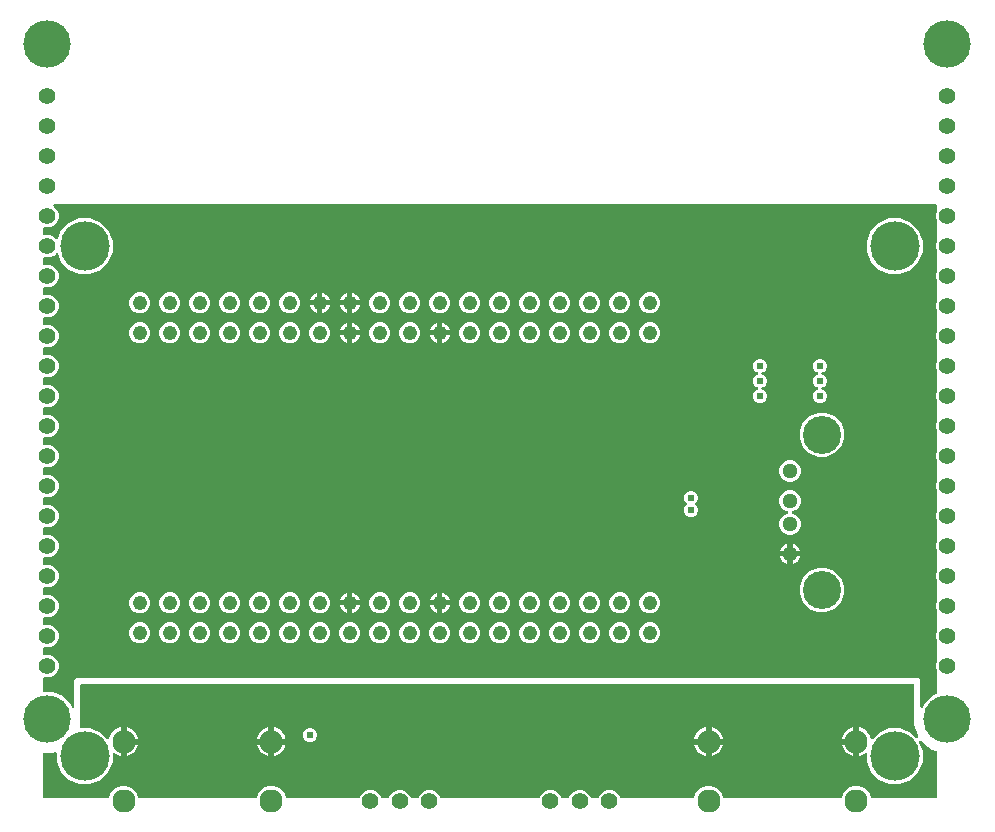
<source format=gbr>
G04 EAGLE Gerber RS-274X export*
G75*
%MOMM*%
%FSLAX34Y34*%
%LPD*%
%INCopper Layer 2*%
%IPPOS*%
%AMOC8*
5,1,8,0,0,1.08239X$1,22.5*%
G01*
%ADD10C,1.244600*%
%ADD11C,1.400000*%
%ADD12C,1.960000*%
%ADD13C,4.191000*%
%ADD14C,1.288000*%
%ADD15C,3.220000*%
%ADD16C,4.016000*%
%ADD17C,0.609600*%

G36*
X746907Y78902D02*
X746907Y78902D01*
X746997Y78908D01*
X747063Y78929D01*
X747132Y78941D01*
X747214Y78978D01*
X747299Y79006D01*
X747358Y79043D01*
X747422Y79072D01*
X747492Y79128D01*
X747568Y79176D01*
X747616Y79227D01*
X747670Y79270D01*
X747725Y79342D01*
X747786Y79407D01*
X747820Y79469D01*
X747862Y79524D01*
X747933Y79669D01*
X749173Y82664D01*
X755536Y89027D01*
X758676Y90327D01*
X758701Y90342D01*
X758729Y90351D01*
X758839Y90420D01*
X758952Y90485D01*
X758973Y90505D01*
X758998Y90521D01*
X759087Y90616D01*
X759180Y90706D01*
X759196Y90731D01*
X759216Y90753D01*
X759279Y90867D01*
X759347Y90977D01*
X759355Y91005D01*
X759370Y91031D01*
X759402Y91157D01*
X759440Y91281D01*
X759442Y91311D01*
X759449Y91339D01*
X759459Y91500D01*
X759459Y110581D01*
X759458Y110590D01*
X759459Y110599D01*
X759438Y110748D01*
X759419Y110896D01*
X759416Y110905D01*
X759415Y110914D01*
X759363Y111066D01*
X758809Y112402D01*
X758809Y116198D01*
X759363Y117534D01*
X759365Y117543D01*
X759370Y117551D01*
X759393Y117641D01*
X759397Y117650D01*
X759402Y117677D01*
X759407Y117696D01*
X759447Y117841D01*
X759447Y117850D01*
X759449Y117859D01*
X759455Y117953D01*
X759457Y117962D01*
X759456Y117971D01*
X759459Y118019D01*
X759459Y135981D01*
X759458Y135990D01*
X759459Y135999D01*
X759438Y136148D01*
X759419Y136296D01*
X759416Y136305D01*
X759415Y136314D01*
X759363Y136466D01*
X758809Y137802D01*
X758809Y141598D01*
X759363Y142934D01*
X759365Y142943D01*
X759370Y142951D01*
X759384Y143008D01*
X759397Y143035D01*
X759412Y143116D01*
X759447Y143241D01*
X759447Y143250D01*
X759449Y143259D01*
X759454Y143331D01*
X759457Y143347D01*
X759456Y143363D01*
X759459Y143419D01*
X759459Y161381D01*
X759458Y161390D01*
X759459Y161399D01*
X759438Y161548D01*
X759419Y161696D01*
X759416Y161705D01*
X759415Y161714D01*
X759363Y161866D01*
X758809Y163202D01*
X758809Y166998D01*
X759363Y168334D01*
X759365Y168343D01*
X759370Y168351D01*
X759379Y168388D01*
X759394Y168420D01*
X759412Y168516D01*
X759447Y168641D01*
X759447Y168650D01*
X759449Y168659D01*
X759454Y168731D01*
X759454Y168732D01*
X759454Y168733D01*
X759459Y168819D01*
X759459Y186781D01*
X759458Y186790D01*
X759459Y186799D01*
X759438Y186948D01*
X759419Y187096D01*
X759416Y187105D01*
X759415Y187114D01*
X759363Y187266D01*
X758809Y188602D01*
X758809Y192398D01*
X759363Y193734D01*
X759365Y193743D01*
X759370Y193751D01*
X759378Y193784D01*
X759388Y193805D01*
X759400Y193870D01*
X759407Y193896D01*
X759447Y194041D01*
X759447Y194050D01*
X759449Y194059D01*
X759459Y194219D01*
X759459Y212181D01*
X759458Y212190D01*
X759459Y212199D01*
X759438Y212348D01*
X759419Y212496D01*
X759416Y212505D01*
X759415Y212514D01*
X759363Y212666D01*
X758809Y214002D01*
X758809Y217798D01*
X759363Y219134D01*
X759365Y219143D01*
X759370Y219151D01*
X759377Y219180D01*
X759382Y219190D01*
X759387Y219220D01*
X759407Y219296D01*
X759447Y219441D01*
X759447Y219450D01*
X759449Y219459D01*
X759459Y219619D01*
X759459Y237581D01*
X759458Y237590D01*
X759459Y237599D01*
X759438Y237748D01*
X759419Y237896D01*
X759416Y237905D01*
X759415Y237914D01*
X759363Y238066D01*
X758809Y239402D01*
X758809Y243198D01*
X759363Y244534D01*
X759365Y244543D01*
X759370Y244551D01*
X759407Y244696D01*
X759447Y244841D01*
X759447Y244850D01*
X759449Y244859D01*
X759459Y245019D01*
X759459Y262981D01*
X759458Y262990D01*
X759459Y262999D01*
X759438Y263148D01*
X759419Y263296D01*
X759416Y263305D01*
X759415Y263314D01*
X759363Y263466D01*
X758809Y264802D01*
X758809Y268598D01*
X759363Y269934D01*
X759365Y269943D01*
X759370Y269951D01*
X759407Y270096D01*
X759447Y270241D01*
X759447Y270250D01*
X759449Y270259D01*
X759459Y270419D01*
X759459Y288381D01*
X759458Y288390D01*
X759459Y288399D01*
X759438Y288548D01*
X759419Y288696D01*
X759416Y288705D01*
X759415Y288714D01*
X759363Y288866D01*
X758809Y290202D01*
X758809Y293998D01*
X759363Y295334D01*
X759365Y295343D01*
X759370Y295351D01*
X759407Y295496D01*
X759447Y295641D01*
X759447Y295650D01*
X759449Y295659D01*
X759459Y295819D01*
X759459Y313781D01*
X759458Y313790D01*
X759459Y313799D01*
X759438Y313948D01*
X759419Y314096D01*
X759416Y314105D01*
X759415Y314114D01*
X759363Y314266D01*
X758809Y315602D01*
X758809Y319398D01*
X759363Y320734D01*
X759365Y320743D01*
X759370Y320751D01*
X759407Y320896D01*
X759447Y321041D01*
X759447Y321050D01*
X759449Y321059D01*
X759459Y321219D01*
X759459Y339181D01*
X759458Y339190D01*
X759459Y339199D01*
X759438Y339348D01*
X759419Y339496D01*
X759416Y339505D01*
X759415Y339514D01*
X759363Y339666D01*
X758809Y341002D01*
X758809Y344798D01*
X759363Y346134D01*
X759365Y346143D01*
X759370Y346151D01*
X759407Y346296D01*
X759447Y346441D01*
X759447Y346450D01*
X759449Y346459D01*
X759459Y346619D01*
X759459Y364581D01*
X759458Y364590D01*
X759459Y364599D01*
X759438Y364748D01*
X759419Y364896D01*
X759416Y364905D01*
X759415Y364914D01*
X759363Y365066D01*
X758809Y366402D01*
X758809Y370198D01*
X759363Y371534D01*
X759365Y371543D01*
X759370Y371551D01*
X759407Y371696D01*
X759447Y371841D01*
X759447Y371850D01*
X759449Y371859D01*
X759459Y372019D01*
X759459Y389981D01*
X759458Y389990D01*
X759459Y389999D01*
X759438Y390148D01*
X759419Y390296D01*
X759416Y390305D01*
X759415Y390314D01*
X759363Y390466D01*
X758809Y391802D01*
X758809Y395598D01*
X759363Y396934D01*
X759365Y396943D01*
X759370Y396951D01*
X759407Y397096D01*
X759447Y397241D01*
X759447Y397250D01*
X759449Y397259D01*
X759459Y397419D01*
X759459Y415381D01*
X759458Y415390D01*
X759459Y415399D01*
X759438Y415548D01*
X759419Y415696D01*
X759416Y415705D01*
X759415Y415714D01*
X759363Y415866D01*
X758809Y417202D01*
X758809Y420998D01*
X759363Y422334D01*
X759365Y422343D01*
X759370Y422351D01*
X759407Y422496D01*
X759447Y422641D01*
X759447Y422650D01*
X759449Y422659D01*
X759459Y422819D01*
X759459Y440781D01*
X759458Y440790D01*
X759459Y440799D01*
X759438Y440948D01*
X759419Y441096D01*
X759416Y441105D01*
X759415Y441114D01*
X759363Y441266D01*
X758809Y442602D01*
X758809Y446398D01*
X759363Y447734D01*
X759365Y447743D01*
X759370Y447751D01*
X759407Y447896D01*
X759447Y448041D01*
X759447Y448050D01*
X759449Y448059D01*
X759459Y448219D01*
X759459Y466181D01*
X759458Y466190D01*
X759459Y466199D01*
X759438Y466348D01*
X759419Y466496D01*
X759416Y466505D01*
X759415Y466514D01*
X759363Y466666D01*
X758809Y468002D01*
X758809Y471798D01*
X759363Y473134D01*
X759365Y473143D01*
X759370Y473151D01*
X759407Y473296D01*
X759447Y473441D01*
X759447Y473450D01*
X759449Y473459D01*
X759459Y473619D01*
X759459Y491581D01*
X759458Y491590D01*
X759459Y491599D01*
X759438Y491748D01*
X759419Y491896D01*
X759416Y491905D01*
X759415Y491914D01*
X759363Y492066D01*
X758809Y493402D01*
X758809Y497198D01*
X759363Y498534D01*
X759365Y498543D01*
X759370Y498551D01*
X759407Y498696D01*
X759447Y498841D01*
X759447Y498850D01*
X759449Y498859D01*
X759459Y499019D01*
X759459Y504190D01*
X759444Y504308D01*
X759437Y504427D01*
X759424Y504465D01*
X759419Y504506D01*
X759376Y504616D01*
X759339Y504729D01*
X759317Y504764D01*
X759302Y504801D01*
X759233Y504897D01*
X759169Y504998D01*
X759139Y505026D01*
X759116Y505059D01*
X759024Y505135D01*
X758937Y505216D01*
X758902Y505236D01*
X758871Y505261D01*
X758763Y505312D01*
X758659Y505370D01*
X758619Y505380D01*
X758583Y505397D01*
X758466Y505419D01*
X758351Y505449D01*
X758291Y505453D01*
X758271Y505457D01*
X758250Y505455D01*
X758190Y505459D01*
X12748Y505459D01*
X12610Y505442D01*
X12471Y505429D01*
X12452Y505422D01*
X12432Y505419D01*
X12303Y505368D01*
X12172Y505321D01*
X12155Y505310D01*
X12136Y505302D01*
X12024Y505221D01*
X11909Y505143D01*
X11895Y505127D01*
X11879Y505116D01*
X11790Y505008D01*
X11698Y504904D01*
X11689Y504886D01*
X11676Y504871D01*
X11617Y504745D01*
X11554Y504621D01*
X11549Y504601D01*
X11541Y504583D01*
X11515Y504447D01*
X11484Y504311D01*
X11485Y504290D01*
X11481Y504271D01*
X11490Y504132D01*
X11494Y503993D01*
X11499Y503973D01*
X11501Y503953D01*
X11543Y503821D01*
X11582Y503687D01*
X11592Y503670D01*
X11599Y503651D01*
X11673Y503533D01*
X11744Y503413D01*
X11762Y503392D01*
X11769Y503382D01*
X11784Y503368D01*
X11850Y503293D01*
X14438Y500704D01*
X15891Y497198D01*
X15891Y493402D01*
X14438Y489896D01*
X11754Y487212D01*
X8248Y485759D01*
X4452Y485759D01*
X4296Y485824D01*
X4248Y485837D01*
X4203Y485858D01*
X4095Y485879D01*
X3989Y485908D01*
X3939Y485909D01*
X3890Y485918D01*
X3781Y485911D01*
X3671Y485913D01*
X3623Y485902D01*
X3573Y485898D01*
X3469Y485865D01*
X3362Y485839D01*
X3318Y485816D01*
X3271Y485800D01*
X3178Y485742D01*
X3081Y485690D01*
X3044Y485657D01*
X3002Y485630D01*
X2926Y485550D01*
X2845Y485476D01*
X2818Y485435D01*
X2784Y485399D01*
X2731Y485302D01*
X2671Y485211D01*
X2654Y485164D01*
X2630Y485120D01*
X2603Y485014D01*
X2567Y484910D01*
X2563Y484860D01*
X2551Y484812D01*
X2541Y484651D01*
X2541Y480549D01*
X2547Y480499D01*
X2545Y480450D01*
X2567Y480342D01*
X2581Y480233D01*
X2599Y480187D01*
X2609Y480138D01*
X2657Y480039D01*
X2698Y479937D01*
X2727Y479897D01*
X2749Y479852D01*
X2820Y479769D01*
X2884Y479680D01*
X2923Y479648D01*
X2955Y479610D01*
X3045Y479547D01*
X3129Y479477D01*
X3174Y479456D01*
X3215Y479427D01*
X3318Y479388D01*
X3417Y479342D01*
X3466Y479332D01*
X3512Y479315D01*
X3622Y479302D01*
X3729Y479282D01*
X3779Y479285D01*
X3829Y479279D01*
X3937Y479295D01*
X4047Y479302D01*
X4094Y479317D01*
X4143Y479324D01*
X4296Y479376D01*
X4452Y479441D01*
X8248Y479441D01*
X11754Y477988D01*
X13426Y476316D01*
X13466Y476286D01*
X13499Y476249D01*
X13546Y476218D01*
X13550Y476214D01*
X13561Y476208D01*
X13591Y476189D01*
X13678Y476121D01*
X13723Y476101D01*
X13765Y476074D01*
X13869Y476038D01*
X13970Y475995D01*
X14019Y475987D01*
X14066Y475971D01*
X14175Y475962D01*
X14284Y475945D01*
X14333Y475950D01*
X14383Y475946D01*
X14491Y475964D01*
X14600Y475975D01*
X14647Y475992D01*
X14696Y476000D01*
X14796Y476045D01*
X14900Y476082D01*
X14941Y476110D01*
X14986Y476131D01*
X15072Y476199D01*
X15163Y476261D01*
X15196Y476298D01*
X15234Y476329D01*
X15300Y476417D01*
X15373Y476499D01*
X15396Y476544D01*
X15426Y476583D01*
X15497Y476728D01*
X18181Y483209D01*
X24791Y489819D01*
X33426Y493396D01*
X42774Y493396D01*
X51409Y489819D01*
X58019Y483209D01*
X61596Y474574D01*
X61596Y465226D01*
X58019Y456591D01*
X51409Y449981D01*
X42774Y446404D01*
X33426Y446404D01*
X24791Y449981D01*
X18181Y456591D01*
X15497Y463072D01*
X15472Y463115D01*
X15455Y463162D01*
X15394Y463253D01*
X15339Y463348D01*
X15304Y463384D01*
X15277Y463425D01*
X15194Y463498D01*
X15118Y463577D01*
X15075Y463603D01*
X15038Y463636D01*
X14940Y463686D01*
X14847Y463743D01*
X14799Y463758D01*
X14755Y463780D01*
X14648Y463804D01*
X14543Y463837D01*
X14493Y463839D01*
X14445Y463850D01*
X14335Y463847D01*
X14225Y463852D01*
X14177Y463842D01*
X14127Y463840D01*
X14021Y463810D01*
X13914Y463787D01*
X13869Y463766D01*
X13821Y463752D01*
X13727Y463696D01*
X13628Y463648D01*
X13590Y463615D01*
X13547Y463590D01*
X13426Y463484D01*
X11754Y461812D01*
X8248Y460359D01*
X4452Y460359D01*
X4296Y460424D01*
X4248Y460437D01*
X4203Y460458D01*
X4095Y460479D01*
X3989Y460508D01*
X3939Y460509D01*
X3890Y460518D01*
X3781Y460511D01*
X3671Y460513D01*
X3623Y460502D01*
X3573Y460498D01*
X3469Y460465D01*
X3362Y460439D01*
X3318Y460416D01*
X3271Y460400D01*
X3178Y460342D01*
X3081Y460290D01*
X3044Y460257D01*
X3002Y460230D01*
X2926Y460150D01*
X2845Y460076D01*
X2818Y460035D01*
X2784Y459999D01*
X2731Y459902D01*
X2671Y459811D01*
X2654Y459764D01*
X2630Y459720D01*
X2603Y459614D01*
X2567Y459510D01*
X2563Y459460D01*
X2551Y459412D01*
X2541Y459251D01*
X2541Y455149D01*
X2547Y455099D01*
X2545Y455050D01*
X2567Y454942D01*
X2581Y454833D01*
X2599Y454787D01*
X2609Y454738D01*
X2657Y454639D01*
X2698Y454537D01*
X2727Y454497D01*
X2749Y454452D01*
X2820Y454369D01*
X2884Y454280D01*
X2923Y454248D01*
X2955Y454210D01*
X3045Y454147D01*
X3129Y454077D01*
X3174Y454056D01*
X3215Y454027D01*
X3318Y453988D01*
X3417Y453942D01*
X3466Y453932D01*
X3512Y453915D01*
X3622Y453902D01*
X3729Y453882D01*
X3779Y453885D01*
X3829Y453879D01*
X3937Y453895D01*
X4047Y453902D01*
X4094Y453917D01*
X4143Y453924D01*
X4296Y453976D01*
X4452Y454041D01*
X8248Y454041D01*
X11754Y452588D01*
X14438Y449904D01*
X15891Y446398D01*
X15891Y442602D01*
X14438Y439096D01*
X11754Y436412D01*
X8248Y434959D01*
X4452Y434959D01*
X4296Y435024D01*
X4248Y435037D01*
X4203Y435058D01*
X4095Y435079D01*
X3989Y435108D01*
X3939Y435109D01*
X3890Y435118D01*
X3781Y435111D01*
X3671Y435113D01*
X3623Y435102D01*
X3573Y435098D01*
X3469Y435065D01*
X3362Y435039D01*
X3318Y435016D01*
X3271Y435000D01*
X3178Y434942D01*
X3081Y434890D01*
X3044Y434857D01*
X3002Y434830D01*
X2926Y434750D01*
X2845Y434676D01*
X2818Y434635D01*
X2784Y434599D01*
X2731Y434502D01*
X2671Y434411D01*
X2654Y434364D01*
X2630Y434320D01*
X2603Y434214D01*
X2567Y434110D01*
X2563Y434060D01*
X2551Y434012D01*
X2541Y433851D01*
X2541Y429749D01*
X2547Y429699D01*
X2545Y429650D01*
X2567Y429542D01*
X2581Y429433D01*
X2599Y429387D01*
X2609Y429338D01*
X2657Y429239D01*
X2698Y429137D01*
X2727Y429097D01*
X2749Y429052D01*
X2820Y428969D01*
X2884Y428880D01*
X2923Y428848D01*
X2955Y428810D01*
X3045Y428747D01*
X3129Y428677D01*
X3174Y428656D01*
X3215Y428627D01*
X3318Y428588D01*
X3417Y428542D01*
X3466Y428532D01*
X3512Y428515D01*
X3622Y428502D01*
X3729Y428482D01*
X3779Y428485D01*
X3829Y428479D01*
X3937Y428495D01*
X4047Y428502D01*
X4094Y428517D01*
X4143Y428524D01*
X4296Y428576D01*
X4452Y428641D01*
X8248Y428641D01*
X11754Y427188D01*
X14438Y424504D01*
X15891Y420998D01*
X15891Y417202D01*
X14438Y413696D01*
X11754Y411012D01*
X8248Y409559D01*
X4452Y409559D01*
X4296Y409624D01*
X4248Y409637D01*
X4203Y409658D01*
X4095Y409679D01*
X3989Y409708D01*
X3939Y409709D01*
X3890Y409718D01*
X3781Y409711D01*
X3671Y409713D01*
X3623Y409702D01*
X3573Y409698D01*
X3469Y409665D01*
X3362Y409639D01*
X3318Y409616D01*
X3271Y409600D01*
X3178Y409542D01*
X3081Y409490D01*
X3044Y409457D01*
X3002Y409430D01*
X2926Y409350D01*
X2845Y409276D01*
X2818Y409235D01*
X2784Y409199D01*
X2731Y409102D01*
X2671Y409011D01*
X2654Y408964D01*
X2630Y408920D01*
X2603Y408814D01*
X2567Y408710D01*
X2563Y408660D01*
X2551Y408612D01*
X2541Y408451D01*
X2541Y404349D01*
X2547Y404299D01*
X2545Y404250D01*
X2567Y404142D01*
X2581Y404033D01*
X2599Y403987D01*
X2609Y403938D01*
X2657Y403839D01*
X2698Y403737D01*
X2727Y403697D01*
X2749Y403652D01*
X2820Y403569D01*
X2884Y403480D01*
X2923Y403448D01*
X2955Y403410D01*
X3045Y403347D01*
X3129Y403277D01*
X3174Y403256D01*
X3215Y403227D01*
X3318Y403188D01*
X3417Y403142D01*
X3466Y403132D01*
X3512Y403115D01*
X3622Y403102D01*
X3729Y403082D01*
X3779Y403085D01*
X3829Y403079D01*
X3937Y403095D01*
X4047Y403102D01*
X4094Y403117D01*
X4143Y403124D01*
X4296Y403176D01*
X4452Y403241D01*
X8248Y403241D01*
X11754Y401788D01*
X14438Y399104D01*
X15891Y395598D01*
X15891Y391802D01*
X14438Y388296D01*
X11754Y385612D01*
X8248Y384159D01*
X4452Y384159D01*
X4296Y384224D01*
X4248Y384237D01*
X4203Y384258D01*
X4095Y384279D01*
X3989Y384308D01*
X3939Y384309D01*
X3890Y384318D01*
X3781Y384311D01*
X3671Y384313D01*
X3623Y384302D01*
X3573Y384298D01*
X3469Y384265D01*
X3362Y384239D01*
X3318Y384216D01*
X3271Y384200D01*
X3178Y384142D01*
X3081Y384090D01*
X3044Y384057D01*
X3002Y384030D01*
X2926Y383950D01*
X2845Y383876D01*
X2818Y383835D01*
X2784Y383799D01*
X2731Y383702D01*
X2671Y383611D01*
X2654Y383564D01*
X2630Y383520D01*
X2603Y383414D01*
X2567Y383310D01*
X2563Y383260D01*
X2551Y383212D01*
X2541Y383051D01*
X2541Y378949D01*
X2547Y378899D01*
X2545Y378850D01*
X2567Y378742D01*
X2581Y378633D01*
X2599Y378587D01*
X2609Y378538D01*
X2657Y378439D01*
X2698Y378337D01*
X2727Y378297D01*
X2749Y378252D01*
X2820Y378169D01*
X2884Y378080D01*
X2923Y378048D01*
X2955Y378010D01*
X3045Y377947D01*
X3129Y377877D01*
X3174Y377856D01*
X3215Y377827D01*
X3318Y377788D01*
X3417Y377742D01*
X3466Y377732D01*
X3512Y377715D01*
X3622Y377702D01*
X3729Y377682D01*
X3779Y377685D01*
X3829Y377679D01*
X3937Y377695D01*
X4047Y377702D01*
X4094Y377717D01*
X4143Y377724D01*
X4296Y377776D01*
X4452Y377841D01*
X8248Y377841D01*
X11754Y376388D01*
X14438Y373704D01*
X15891Y370198D01*
X15891Y366402D01*
X14438Y362896D01*
X11754Y360212D01*
X8248Y358759D01*
X4452Y358759D01*
X4296Y358824D01*
X4248Y358837D01*
X4203Y358858D01*
X4095Y358879D01*
X3989Y358908D01*
X3939Y358909D01*
X3890Y358918D01*
X3781Y358911D01*
X3671Y358913D01*
X3623Y358902D01*
X3573Y358898D01*
X3469Y358865D01*
X3362Y358839D01*
X3318Y358816D01*
X3271Y358800D01*
X3178Y358742D01*
X3081Y358690D01*
X3044Y358657D01*
X3002Y358630D01*
X2926Y358550D01*
X2845Y358476D01*
X2818Y358435D01*
X2784Y358399D01*
X2731Y358302D01*
X2671Y358211D01*
X2654Y358164D01*
X2630Y358120D01*
X2603Y358014D01*
X2567Y357910D01*
X2563Y357860D01*
X2551Y357812D01*
X2541Y357651D01*
X2541Y353549D01*
X2547Y353499D01*
X2545Y353450D01*
X2567Y353342D01*
X2581Y353233D01*
X2599Y353187D01*
X2609Y353138D01*
X2657Y353039D01*
X2698Y352937D01*
X2727Y352897D01*
X2749Y352852D01*
X2820Y352769D01*
X2884Y352680D01*
X2923Y352648D01*
X2955Y352610D01*
X3045Y352547D01*
X3129Y352477D01*
X3174Y352456D01*
X3215Y352427D01*
X3318Y352388D01*
X3417Y352342D01*
X3466Y352332D01*
X3512Y352315D01*
X3622Y352302D01*
X3729Y352282D01*
X3779Y352285D01*
X3829Y352279D01*
X3937Y352295D01*
X4047Y352302D01*
X4094Y352317D01*
X4143Y352324D01*
X4296Y352376D01*
X4452Y352441D01*
X8248Y352441D01*
X11754Y350988D01*
X14438Y348304D01*
X15891Y344798D01*
X15891Y341002D01*
X14438Y337496D01*
X11754Y334812D01*
X8248Y333359D01*
X4452Y333359D01*
X4296Y333424D01*
X4248Y333437D01*
X4203Y333458D01*
X4095Y333479D01*
X3989Y333508D01*
X3939Y333509D01*
X3890Y333518D01*
X3781Y333511D01*
X3671Y333513D01*
X3623Y333502D01*
X3573Y333498D01*
X3469Y333465D01*
X3362Y333439D01*
X3318Y333416D01*
X3271Y333400D01*
X3178Y333342D01*
X3081Y333290D01*
X3044Y333257D01*
X3002Y333230D01*
X2926Y333150D01*
X2845Y333076D01*
X2818Y333035D01*
X2784Y332999D01*
X2731Y332902D01*
X2671Y332811D01*
X2654Y332764D01*
X2630Y332720D01*
X2603Y332614D01*
X2567Y332510D01*
X2563Y332460D01*
X2551Y332412D01*
X2541Y332251D01*
X2541Y328149D01*
X2547Y328099D01*
X2545Y328050D01*
X2567Y327942D01*
X2581Y327833D01*
X2599Y327787D01*
X2609Y327738D01*
X2657Y327639D01*
X2698Y327537D01*
X2727Y327497D01*
X2749Y327452D01*
X2820Y327369D01*
X2884Y327280D01*
X2923Y327248D01*
X2955Y327210D01*
X3045Y327147D01*
X3129Y327077D01*
X3174Y327056D01*
X3215Y327027D01*
X3318Y326988D01*
X3417Y326942D01*
X3466Y326932D01*
X3512Y326915D01*
X3622Y326902D01*
X3729Y326882D01*
X3779Y326885D01*
X3829Y326879D01*
X3937Y326895D01*
X4047Y326902D01*
X4094Y326917D01*
X4143Y326924D01*
X4296Y326976D01*
X4452Y327041D01*
X8248Y327041D01*
X11754Y325588D01*
X14438Y322904D01*
X15891Y319398D01*
X15891Y315602D01*
X14438Y312096D01*
X11754Y309412D01*
X8248Y307959D01*
X4452Y307959D01*
X4296Y308024D01*
X4248Y308037D01*
X4203Y308058D01*
X4095Y308079D01*
X3989Y308108D01*
X3939Y308109D01*
X3890Y308118D01*
X3781Y308111D01*
X3671Y308113D01*
X3623Y308102D01*
X3573Y308098D01*
X3469Y308065D01*
X3362Y308039D01*
X3318Y308016D01*
X3271Y308000D01*
X3178Y307942D01*
X3081Y307890D01*
X3044Y307857D01*
X3002Y307830D01*
X2926Y307750D01*
X2845Y307676D01*
X2818Y307635D01*
X2784Y307599D01*
X2731Y307502D01*
X2671Y307411D01*
X2654Y307364D01*
X2630Y307320D01*
X2603Y307214D01*
X2567Y307110D01*
X2563Y307060D01*
X2551Y307012D01*
X2541Y306851D01*
X2541Y302749D01*
X2547Y302699D01*
X2545Y302650D01*
X2567Y302542D01*
X2581Y302433D01*
X2599Y302387D01*
X2609Y302338D01*
X2657Y302239D01*
X2698Y302137D01*
X2727Y302097D01*
X2749Y302052D01*
X2820Y301969D01*
X2884Y301880D01*
X2923Y301848D01*
X2955Y301810D01*
X3045Y301747D01*
X3129Y301677D01*
X3174Y301656D01*
X3215Y301627D01*
X3318Y301588D01*
X3417Y301542D01*
X3466Y301532D01*
X3512Y301515D01*
X3622Y301502D01*
X3729Y301482D01*
X3779Y301485D01*
X3829Y301479D01*
X3937Y301495D01*
X4047Y301502D01*
X4094Y301517D01*
X4143Y301524D01*
X4296Y301576D01*
X4452Y301641D01*
X8248Y301641D01*
X11754Y300188D01*
X14438Y297504D01*
X15891Y293998D01*
X15891Y290202D01*
X14438Y286696D01*
X11754Y284012D01*
X8248Y282559D01*
X4452Y282559D01*
X4296Y282624D01*
X4248Y282637D01*
X4203Y282658D01*
X4095Y282679D01*
X3989Y282708D01*
X3939Y282709D01*
X3890Y282718D01*
X3781Y282711D01*
X3671Y282713D01*
X3623Y282702D01*
X3573Y282698D01*
X3469Y282665D01*
X3362Y282639D01*
X3318Y282616D01*
X3271Y282600D01*
X3178Y282542D01*
X3081Y282490D01*
X3044Y282457D01*
X3002Y282430D01*
X2926Y282350D01*
X2845Y282276D01*
X2818Y282235D01*
X2784Y282199D01*
X2731Y282102D01*
X2671Y282011D01*
X2654Y281964D01*
X2630Y281920D01*
X2603Y281814D01*
X2567Y281710D01*
X2563Y281660D01*
X2551Y281612D01*
X2541Y281451D01*
X2541Y277349D01*
X2547Y277299D01*
X2545Y277250D01*
X2567Y277142D01*
X2581Y277033D01*
X2599Y276987D01*
X2609Y276938D01*
X2657Y276839D01*
X2698Y276737D01*
X2727Y276697D01*
X2749Y276652D01*
X2820Y276569D01*
X2884Y276480D01*
X2923Y276448D01*
X2955Y276410D01*
X3045Y276347D01*
X3129Y276277D01*
X3174Y276256D01*
X3215Y276227D01*
X3318Y276188D01*
X3417Y276142D01*
X3466Y276132D01*
X3512Y276115D01*
X3622Y276102D01*
X3729Y276082D01*
X3779Y276085D01*
X3829Y276079D01*
X3937Y276095D01*
X4047Y276102D01*
X4094Y276117D01*
X4143Y276124D01*
X4296Y276176D01*
X4452Y276241D01*
X8248Y276241D01*
X11754Y274788D01*
X14438Y272104D01*
X15891Y268598D01*
X15891Y264802D01*
X14438Y261296D01*
X11754Y258612D01*
X8248Y257159D01*
X4452Y257159D01*
X4296Y257224D01*
X4248Y257237D01*
X4203Y257258D01*
X4095Y257279D01*
X3989Y257308D01*
X3939Y257309D01*
X3890Y257318D01*
X3781Y257311D01*
X3671Y257313D01*
X3623Y257302D01*
X3573Y257298D01*
X3469Y257265D01*
X3362Y257239D01*
X3318Y257216D01*
X3271Y257200D01*
X3178Y257142D01*
X3081Y257090D01*
X3044Y257057D01*
X3002Y257030D01*
X2926Y256950D01*
X2845Y256876D01*
X2818Y256835D01*
X2784Y256799D01*
X2731Y256702D01*
X2671Y256611D01*
X2654Y256564D01*
X2630Y256520D01*
X2603Y256414D01*
X2567Y256310D01*
X2563Y256260D01*
X2551Y256212D01*
X2541Y256051D01*
X2541Y251949D01*
X2547Y251899D01*
X2545Y251850D01*
X2567Y251742D01*
X2581Y251633D01*
X2599Y251587D01*
X2609Y251538D01*
X2657Y251439D01*
X2698Y251337D01*
X2727Y251297D01*
X2749Y251252D01*
X2820Y251169D01*
X2884Y251080D01*
X2923Y251048D01*
X2955Y251010D01*
X3045Y250947D01*
X3129Y250877D01*
X3174Y250856D01*
X3215Y250827D01*
X3318Y250788D01*
X3417Y250742D01*
X3466Y250732D01*
X3512Y250715D01*
X3622Y250702D01*
X3729Y250682D01*
X3779Y250685D01*
X3829Y250679D01*
X3937Y250695D01*
X4047Y250702D01*
X4094Y250717D01*
X4143Y250724D01*
X4296Y250776D01*
X4452Y250841D01*
X8248Y250841D01*
X11754Y249388D01*
X14438Y246704D01*
X15891Y243198D01*
X15891Y239402D01*
X14438Y235896D01*
X11754Y233212D01*
X8248Y231759D01*
X4452Y231759D01*
X4296Y231824D01*
X4248Y231837D01*
X4203Y231858D01*
X4095Y231879D01*
X3989Y231908D01*
X3939Y231909D01*
X3890Y231918D01*
X3781Y231911D01*
X3671Y231913D01*
X3623Y231902D01*
X3573Y231898D01*
X3469Y231865D01*
X3362Y231839D01*
X3318Y231816D01*
X3271Y231800D01*
X3178Y231742D01*
X3081Y231690D01*
X3044Y231657D01*
X3002Y231630D01*
X2926Y231550D01*
X2845Y231476D01*
X2818Y231435D01*
X2784Y231399D01*
X2731Y231302D01*
X2671Y231211D01*
X2654Y231164D01*
X2630Y231120D01*
X2603Y231014D01*
X2567Y230910D01*
X2563Y230860D01*
X2551Y230812D01*
X2541Y230651D01*
X2541Y226549D01*
X2547Y226499D01*
X2545Y226450D01*
X2567Y226342D01*
X2581Y226233D01*
X2599Y226187D01*
X2609Y226138D01*
X2657Y226039D01*
X2698Y225937D01*
X2727Y225897D01*
X2749Y225852D01*
X2820Y225769D01*
X2884Y225680D01*
X2923Y225648D01*
X2955Y225610D01*
X3045Y225547D01*
X3129Y225477D01*
X3174Y225456D01*
X3215Y225427D01*
X3318Y225388D01*
X3417Y225342D01*
X3466Y225332D01*
X3512Y225315D01*
X3622Y225302D01*
X3729Y225282D01*
X3779Y225285D01*
X3829Y225279D01*
X3937Y225295D01*
X4047Y225302D01*
X4094Y225317D01*
X4143Y225324D01*
X4296Y225376D01*
X4452Y225441D01*
X8248Y225441D01*
X11754Y223988D01*
X14438Y221304D01*
X15891Y217798D01*
X15891Y214002D01*
X14438Y210496D01*
X11754Y207812D01*
X8248Y206359D01*
X4452Y206359D01*
X4296Y206424D01*
X4248Y206437D01*
X4203Y206458D01*
X4095Y206479D01*
X3989Y206508D01*
X3939Y206509D01*
X3890Y206518D01*
X3781Y206511D01*
X3671Y206513D01*
X3623Y206502D01*
X3573Y206498D01*
X3469Y206465D01*
X3362Y206439D01*
X3318Y206416D01*
X3271Y206400D01*
X3178Y206342D01*
X3081Y206290D01*
X3044Y206257D01*
X3002Y206230D01*
X2926Y206150D01*
X2845Y206076D01*
X2818Y206035D01*
X2784Y205999D01*
X2731Y205902D01*
X2671Y205811D01*
X2654Y205764D01*
X2630Y205720D01*
X2603Y205614D01*
X2567Y205510D01*
X2563Y205460D01*
X2551Y205412D01*
X2541Y205251D01*
X2541Y201149D01*
X2547Y201099D01*
X2545Y201050D01*
X2567Y200942D01*
X2581Y200833D01*
X2599Y200787D01*
X2609Y200738D01*
X2657Y200639D01*
X2698Y200537D01*
X2727Y200497D01*
X2749Y200452D01*
X2820Y200369D01*
X2884Y200280D01*
X2923Y200248D01*
X2955Y200210D01*
X3045Y200147D01*
X3129Y200077D01*
X3174Y200056D01*
X3215Y200027D01*
X3318Y199988D01*
X3417Y199942D01*
X3466Y199932D01*
X3512Y199915D01*
X3622Y199902D01*
X3729Y199882D01*
X3779Y199885D01*
X3829Y199879D01*
X3937Y199895D01*
X4047Y199902D01*
X4094Y199917D01*
X4143Y199924D01*
X4296Y199976D01*
X4452Y200041D01*
X8248Y200041D01*
X11754Y198588D01*
X14438Y195904D01*
X15891Y192398D01*
X15891Y188602D01*
X14438Y185096D01*
X11754Y182412D01*
X8248Y180959D01*
X4452Y180959D01*
X4296Y181024D01*
X4248Y181037D01*
X4203Y181058D01*
X4095Y181079D01*
X3989Y181108D01*
X3939Y181109D01*
X3890Y181118D01*
X3781Y181111D01*
X3671Y181113D01*
X3623Y181102D01*
X3573Y181098D01*
X3469Y181065D01*
X3362Y181039D01*
X3318Y181016D01*
X3271Y181000D01*
X3178Y180942D01*
X3081Y180890D01*
X3044Y180857D01*
X3002Y180830D01*
X2926Y180750D01*
X2845Y180676D01*
X2818Y180635D01*
X2784Y180599D01*
X2731Y180502D01*
X2671Y180411D01*
X2654Y180364D01*
X2630Y180320D01*
X2603Y180214D01*
X2567Y180110D01*
X2563Y180060D01*
X2551Y180012D01*
X2541Y179851D01*
X2541Y175749D01*
X2547Y175699D01*
X2545Y175650D01*
X2567Y175542D01*
X2581Y175433D01*
X2599Y175387D01*
X2609Y175338D01*
X2657Y175239D01*
X2698Y175137D01*
X2727Y175097D01*
X2749Y175052D01*
X2820Y174969D01*
X2884Y174880D01*
X2923Y174848D01*
X2955Y174810D01*
X3045Y174747D01*
X3129Y174677D01*
X3174Y174656D01*
X3215Y174627D01*
X3318Y174588D01*
X3417Y174542D01*
X3466Y174532D01*
X3512Y174515D01*
X3622Y174502D01*
X3729Y174482D01*
X3779Y174485D01*
X3829Y174479D01*
X3937Y174495D01*
X4047Y174502D01*
X4094Y174517D01*
X4143Y174524D01*
X4296Y174576D01*
X4452Y174641D01*
X8248Y174641D01*
X11754Y173188D01*
X14438Y170504D01*
X15891Y166998D01*
X15891Y163202D01*
X14438Y159696D01*
X11754Y157012D01*
X8248Y155559D01*
X4452Y155559D01*
X4296Y155624D01*
X4248Y155637D01*
X4203Y155658D01*
X4095Y155679D01*
X3989Y155708D01*
X3939Y155709D01*
X3890Y155718D01*
X3781Y155711D01*
X3671Y155713D01*
X3623Y155702D01*
X3573Y155698D01*
X3469Y155665D01*
X3362Y155639D01*
X3318Y155616D01*
X3271Y155600D01*
X3178Y155542D01*
X3081Y155490D01*
X3044Y155457D01*
X3002Y155430D01*
X2926Y155350D01*
X2845Y155276D01*
X2818Y155235D01*
X2784Y155199D01*
X2731Y155102D01*
X2671Y155011D01*
X2654Y154964D01*
X2630Y154920D01*
X2603Y154814D01*
X2567Y154710D01*
X2563Y154660D01*
X2551Y154612D01*
X2541Y154451D01*
X2541Y150349D01*
X2547Y150299D01*
X2545Y150250D01*
X2567Y150142D01*
X2581Y150033D01*
X2599Y149987D01*
X2609Y149938D01*
X2657Y149839D01*
X2698Y149737D01*
X2727Y149697D01*
X2749Y149652D01*
X2820Y149569D01*
X2884Y149480D01*
X2923Y149448D01*
X2955Y149410D01*
X3045Y149347D01*
X3129Y149277D01*
X3174Y149256D01*
X3215Y149227D01*
X3318Y149188D01*
X3417Y149142D01*
X3466Y149132D01*
X3512Y149115D01*
X3622Y149102D01*
X3729Y149082D01*
X3779Y149085D01*
X3829Y149079D01*
X3937Y149095D01*
X4047Y149102D01*
X4094Y149117D01*
X4143Y149124D01*
X4296Y149176D01*
X4452Y149241D01*
X8248Y149241D01*
X11754Y147788D01*
X14438Y145104D01*
X15891Y141598D01*
X15891Y137802D01*
X14438Y134296D01*
X11754Y131612D01*
X8248Y130159D01*
X4452Y130159D01*
X4296Y130224D01*
X4248Y130237D01*
X4203Y130258D01*
X4095Y130279D01*
X3989Y130308D01*
X3939Y130309D01*
X3890Y130318D01*
X3781Y130311D01*
X3671Y130313D01*
X3623Y130302D01*
X3573Y130298D01*
X3469Y130265D01*
X3362Y130239D01*
X3318Y130216D01*
X3271Y130200D01*
X3178Y130142D01*
X3081Y130090D01*
X3044Y130057D01*
X3002Y130030D01*
X2926Y129950D01*
X2845Y129876D01*
X2818Y129835D01*
X2784Y129799D01*
X2731Y129702D01*
X2671Y129611D01*
X2654Y129564D01*
X2630Y129520D01*
X2603Y129414D01*
X2567Y129310D01*
X2563Y129260D01*
X2551Y129212D01*
X2541Y129051D01*
X2541Y124949D01*
X2547Y124899D01*
X2545Y124850D01*
X2567Y124742D01*
X2581Y124633D01*
X2599Y124587D01*
X2609Y124538D01*
X2657Y124439D01*
X2698Y124337D01*
X2727Y124297D01*
X2749Y124252D01*
X2820Y124169D01*
X2884Y124080D01*
X2923Y124048D01*
X2955Y124010D01*
X3045Y123947D01*
X3129Y123877D01*
X3174Y123856D01*
X3215Y123827D01*
X3318Y123788D01*
X3417Y123742D01*
X3466Y123732D01*
X3512Y123715D01*
X3622Y123702D01*
X3729Y123682D01*
X3779Y123685D01*
X3829Y123679D01*
X3937Y123695D01*
X4047Y123702D01*
X4094Y123717D01*
X4143Y123724D01*
X4296Y123776D01*
X4452Y123841D01*
X8248Y123841D01*
X11754Y122388D01*
X14438Y119704D01*
X15891Y116198D01*
X15891Y112402D01*
X14438Y108896D01*
X11754Y106212D01*
X8248Y104759D01*
X4452Y104759D01*
X4296Y104824D01*
X4248Y104837D01*
X4203Y104858D01*
X4095Y104879D01*
X3989Y104908D01*
X3939Y104909D01*
X3890Y104918D01*
X3781Y104911D01*
X3671Y104913D01*
X3623Y104902D01*
X3573Y104898D01*
X3469Y104865D01*
X3362Y104839D01*
X3318Y104816D01*
X3271Y104800D01*
X3178Y104742D01*
X3081Y104690D01*
X3044Y104657D01*
X3002Y104630D01*
X2926Y104550D01*
X2845Y104476D01*
X2818Y104435D01*
X2784Y104399D01*
X2731Y104302D01*
X2671Y104211D01*
X2654Y104164D01*
X2630Y104120D01*
X2603Y104014D01*
X2567Y103910D01*
X2563Y103860D01*
X2551Y103812D01*
X2541Y103651D01*
X2541Y93740D01*
X2556Y93622D01*
X2563Y93503D01*
X2576Y93465D01*
X2581Y93424D01*
X2624Y93314D01*
X2661Y93201D01*
X2683Y93166D01*
X2698Y93129D01*
X2767Y93033D01*
X2831Y92932D01*
X2861Y92904D01*
X2884Y92871D01*
X2976Y92795D01*
X3063Y92714D01*
X3098Y92694D01*
X3129Y92669D01*
X3237Y92618D01*
X3341Y92560D01*
X3381Y92550D01*
X3417Y92533D01*
X3534Y92511D01*
X3649Y92481D01*
X3709Y92477D01*
X3729Y92473D01*
X3750Y92475D01*
X3810Y92471D01*
X10850Y92471D01*
X19164Y89027D01*
X25527Y82664D01*
X26767Y79669D01*
X26802Y79608D01*
X26828Y79543D01*
X26880Y79471D01*
X26925Y79393D01*
X26973Y79343D01*
X27014Y79286D01*
X27084Y79229D01*
X27146Y79164D01*
X27206Y79128D01*
X27259Y79083D01*
X27341Y79045D01*
X27417Y78998D01*
X27484Y78977D01*
X27547Y78948D01*
X27635Y78931D01*
X27721Y78904D01*
X27791Y78901D01*
X27860Y78888D01*
X27949Y78894D01*
X28039Y78889D01*
X28107Y78903D01*
X28177Y78908D01*
X28262Y78935D01*
X28350Y78954D01*
X28413Y78984D01*
X28479Y79006D01*
X28555Y79054D01*
X28636Y79093D01*
X28689Y79139D01*
X28748Y79176D01*
X28810Y79241D01*
X28878Y79300D01*
X28918Y79357D01*
X28966Y79407D01*
X29009Y79486D01*
X29061Y79560D01*
X29086Y79625D01*
X29120Y79686D01*
X29142Y79773D01*
X29174Y79857D01*
X29182Y79926D01*
X29199Y79994D01*
X29209Y80155D01*
X29209Y102652D01*
X30698Y104141D01*
X744002Y104141D01*
X745491Y102652D01*
X745491Y80155D01*
X745499Y80085D01*
X745498Y80016D01*
X745519Y79928D01*
X745531Y79839D01*
X745556Y79774D01*
X745573Y79706D01*
X745615Y79627D01*
X745648Y79543D01*
X745689Y79487D01*
X745721Y79425D01*
X745782Y79359D01*
X745834Y79286D01*
X745888Y79242D01*
X745935Y79190D01*
X746010Y79141D01*
X746079Y79083D01*
X746143Y79054D01*
X746201Y79015D01*
X746286Y78986D01*
X746367Y78948D01*
X746436Y78935D01*
X746502Y78912D01*
X746591Y78905D01*
X746679Y78888D01*
X746749Y78892D01*
X746819Y78887D01*
X746907Y78902D01*
G37*
G36*
X57560Y2544D02*
X57560Y2544D01*
X57590Y2542D01*
X57718Y2564D01*
X57847Y2581D01*
X57874Y2591D01*
X57903Y2596D01*
X58022Y2650D01*
X58142Y2698D01*
X58166Y2715D01*
X58193Y2727D01*
X58294Y2808D01*
X58400Y2884D01*
X58419Y2907D01*
X58442Y2926D01*
X58519Y3029D01*
X58602Y3129D01*
X58615Y3156D01*
X58633Y3180D01*
X58704Y3324D01*
X60388Y7390D01*
X63860Y10862D01*
X68395Y12741D01*
X73305Y12741D01*
X77840Y10862D01*
X81312Y7390D01*
X82996Y3324D01*
X83011Y3299D01*
X83020Y3271D01*
X83089Y3161D01*
X83154Y3048D01*
X83174Y3027D01*
X83190Y3002D01*
X83285Y2913D01*
X83375Y2820D01*
X83400Y2804D01*
X83422Y2784D01*
X83535Y2721D01*
X83646Y2653D01*
X83674Y2645D01*
X83700Y2630D01*
X83826Y2598D01*
X83950Y2560D01*
X83980Y2558D01*
X84008Y2551D01*
X84169Y2541D01*
X182531Y2541D01*
X182560Y2544D01*
X182590Y2542D01*
X182718Y2564D01*
X182847Y2581D01*
X182874Y2591D01*
X182903Y2596D01*
X183022Y2650D01*
X183142Y2698D01*
X183166Y2715D01*
X183193Y2727D01*
X183295Y2808D01*
X183400Y2884D01*
X183419Y2907D01*
X183442Y2926D01*
X183520Y3029D01*
X183603Y3129D01*
X183615Y3156D01*
X183633Y3180D01*
X183704Y3324D01*
X185388Y7390D01*
X188860Y10862D01*
X193395Y12741D01*
X198305Y12741D01*
X202840Y10862D01*
X206312Y7390D01*
X207996Y3324D01*
X208011Y3299D01*
X208020Y3271D01*
X208089Y3161D01*
X208154Y3048D01*
X208174Y3027D01*
X208190Y3002D01*
X208285Y2913D01*
X208375Y2820D01*
X208400Y2804D01*
X208422Y2784D01*
X208536Y2721D01*
X208646Y2653D01*
X208674Y2645D01*
X208700Y2630D01*
X208826Y2598D01*
X208950Y2560D01*
X208980Y2558D01*
X209008Y2551D01*
X209169Y2541D01*
X269678Y2541D01*
X269707Y2544D01*
X269736Y2542D01*
X269864Y2564D01*
X269993Y2581D01*
X270020Y2591D01*
X270050Y2596D01*
X270168Y2650D01*
X270289Y2698D01*
X270313Y2715D01*
X270340Y2727D01*
X270441Y2808D01*
X270546Y2884D01*
X270565Y2907D01*
X270588Y2926D01*
X270666Y3029D01*
X270749Y3129D01*
X270761Y3156D01*
X270779Y3180D01*
X270850Y3324D01*
X271712Y5404D01*
X274396Y8088D01*
X277902Y9541D01*
X281698Y9541D01*
X285204Y8088D01*
X287888Y5404D01*
X288750Y3324D01*
X288764Y3299D01*
X288774Y3271D01*
X288843Y3161D01*
X288907Y3048D01*
X288928Y3027D01*
X288944Y3002D01*
X289038Y2913D01*
X289129Y2820D01*
X289154Y2804D01*
X289175Y2784D01*
X289289Y2721D01*
X289400Y2653D01*
X289428Y2645D01*
X289454Y2630D01*
X289580Y2598D01*
X289704Y2560D01*
X289733Y2558D01*
X289762Y2551D01*
X289922Y2541D01*
X294678Y2541D01*
X294707Y2544D01*
X294736Y2542D01*
X294864Y2564D01*
X294993Y2581D01*
X295020Y2591D01*
X295050Y2596D01*
X295168Y2650D01*
X295289Y2698D01*
X295313Y2715D01*
X295340Y2727D01*
X295441Y2808D01*
X295546Y2884D01*
X295565Y2907D01*
X295588Y2926D01*
X295666Y3029D01*
X295749Y3129D01*
X295761Y3156D01*
X295779Y3180D01*
X295850Y3324D01*
X296712Y5404D01*
X299396Y8088D01*
X302902Y9541D01*
X306698Y9541D01*
X310204Y8088D01*
X312888Y5404D01*
X313750Y3324D01*
X313764Y3299D01*
X313774Y3271D01*
X313843Y3161D01*
X313907Y3048D01*
X313928Y3027D01*
X313944Y3002D01*
X314038Y2913D01*
X314129Y2820D01*
X314154Y2804D01*
X314175Y2784D01*
X314289Y2721D01*
X314400Y2653D01*
X314428Y2645D01*
X314454Y2630D01*
X314580Y2598D01*
X314704Y2560D01*
X314733Y2558D01*
X314762Y2551D01*
X314922Y2541D01*
X319678Y2541D01*
X319707Y2544D01*
X319736Y2542D01*
X319864Y2564D01*
X319993Y2581D01*
X320020Y2591D01*
X320050Y2596D01*
X320168Y2650D01*
X320289Y2698D01*
X320313Y2715D01*
X320340Y2727D01*
X320441Y2808D01*
X320546Y2884D01*
X320565Y2907D01*
X320588Y2926D01*
X320666Y3029D01*
X320749Y3129D01*
X320761Y3156D01*
X320779Y3180D01*
X320850Y3324D01*
X321712Y5404D01*
X324396Y8088D01*
X327902Y9541D01*
X331698Y9541D01*
X335204Y8088D01*
X337888Y5404D01*
X338750Y3324D01*
X338764Y3299D01*
X338774Y3271D01*
X338843Y3161D01*
X338907Y3048D01*
X338928Y3027D01*
X338944Y3002D01*
X339038Y2913D01*
X339129Y2820D01*
X339154Y2804D01*
X339175Y2784D01*
X339289Y2721D01*
X339400Y2653D01*
X339428Y2645D01*
X339454Y2630D01*
X339580Y2598D01*
X339704Y2560D01*
X339733Y2558D01*
X339762Y2551D01*
X339922Y2541D01*
X422078Y2541D01*
X422107Y2544D01*
X422136Y2542D01*
X422264Y2564D01*
X422393Y2581D01*
X422420Y2591D01*
X422450Y2596D01*
X422568Y2650D01*
X422689Y2698D01*
X422713Y2715D01*
X422740Y2727D01*
X422841Y2808D01*
X422946Y2884D01*
X422965Y2907D01*
X422988Y2926D01*
X423066Y3029D01*
X423149Y3129D01*
X423161Y3156D01*
X423179Y3180D01*
X423250Y3324D01*
X424112Y5404D01*
X426796Y8088D01*
X430302Y9541D01*
X434098Y9541D01*
X437604Y8088D01*
X440288Y5404D01*
X441150Y3324D01*
X441164Y3299D01*
X441174Y3271D01*
X441243Y3161D01*
X441307Y3048D01*
X441328Y3027D01*
X441344Y3002D01*
X441438Y2913D01*
X441529Y2820D01*
X441554Y2804D01*
X441575Y2784D01*
X441689Y2721D01*
X441800Y2653D01*
X441828Y2645D01*
X441854Y2630D01*
X441980Y2598D01*
X442104Y2560D01*
X442133Y2558D01*
X442162Y2551D01*
X442322Y2541D01*
X447078Y2541D01*
X447107Y2544D01*
X447136Y2542D01*
X447264Y2564D01*
X447393Y2581D01*
X447420Y2591D01*
X447450Y2596D01*
X447568Y2650D01*
X447689Y2698D01*
X447713Y2715D01*
X447740Y2727D01*
X447841Y2808D01*
X447946Y2884D01*
X447965Y2907D01*
X447988Y2926D01*
X448066Y3029D01*
X448149Y3129D01*
X448161Y3156D01*
X448179Y3180D01*
X448250Y3324D01*
X449112Y5404D01*
X451796Y8088D01*
X455302Y9541D01*
X459098Y9541D01*
X462604Y8088D01*
X465288Y5404D01*
X466150Y3324D01*
X466164Y3299D01*
X466174Y3271D01*
X466243Y3161D01*
X466307Y3048D01*
X466328Y3027D01*
X466344Y3002D01*
X466438Y2913D01*
X466529Y2820D01*
X466554Y2804D01*
X466575Y2784D01*
X466689Y2721D01*
X466800Y2653D01*
X466828Y2645D01*
X466854Y2630D01*
X466980Y2598D01*
X467104Y2560D01*
X467133Y2558D01*
X467162Y2551D01*
X467322Y2541D01*
X472078Y2541D01*
X472107Y2544D01*
X472136Y2542D01*
X472264Y2564D01*
X472393Y2581D01*
X472420Y2591D01*
X472450Y2596D01*
X472568Y2650D01*
X472689Y2698D01*
X472713Y2715D01*
X472740Y2727D01*
X472841Y2808D01*
X472946Y2884D01*
X472965Y2907D01*
X472988Y2926D01*
X473066Y3029D01*
X473149Y3129D01*
X473161Y3156D01*
X473179Y3180D01*
X473250Y3324D01*
X474112Y5404D01*
X476796Y8088D01*
X480302Y9541D01*
X484098Y9541D01*
X487604Y8088D01*
X490288Y5404D01*
X491150Y3324D01*
X491164Y3299D01*
X491174Y3271D01*
X491243Y3161D01*
X491307Y3048D01*
X491328Y3027D01*
X491344Y3002D01*
X491438Y2913D01*
X491529Y2820D01*
X491554Y2804D01*
X491575Y2784D01*
X491689Y2721D01*
X491800Y2653D01*
X491828Y2645D01*
X491854Y2630D01*
X491980Y2598D01*
X492104Y2560D01*
X492133Y2558D01*
X492162Y2551D01*
X492322Y2541D01*
X552831Y2541D01*
X552860Y2544D01*
X552890Y2542D01*
X553018Y2564D01*
X553147Y2581D01*
X553174Y2591D01*
X553203Y2596D01*
X553322Y2650D01*
X553442Y2698D01*
X553466Y2715D01*
X553493Y2727D01*
X553594Y2808D01*
X553700Y2884D01*
X553719Y2907D01*
X553742Y2926D01*
X553819Y3029D01*
X553902Y3129D01*
X553915Y3156D01*
X553933Y3180D01*
X554004Y3324D01*
X555688Y7390D01*
X559160Y10862D01*
X563695Y12741D01*
X568605Y12741D01*
X573140Y10862D01*
X576612Y7390D01*
X578296Y3324D01*
X578311Y3299D01*
X578320Y3271D01*
X578389Y3161D01*
X578454Y3048D01*
X578474Y3027D01*
X578490Y3002D01*
X578585Y2913D01*
X578675Y2820D01*
X578700Y2804D01*
X578722Y2784D01*
X578835Y2721D01*
X578946Y2653D01*
X578974Y2645D01*
X579000Y2630D01*
X579126Y2598D01*
X579250Y2560D01*
X579280Y2558D01*
X579308Y2551D01*
X579469Y2541D01*
X677831Y2541D01*
X677860Y2544D01*
X677890Y2542D01*
X678018Y2564D01*
X678147Y2581D01*
X678174Y2591D01*
X678203Y2596D01*
X678322Y2650D01*
X678442Y2698D01*
X678466Y2715D01*
X678493Y2727D01*
X678595Y2808D01*
X678700Y2884D01*
X678719Y2907D01*
X678742Y2926D01*
X678820Y3029D01*
X678903Y3129D01*
X678915Y3156D01*
X678933Y3180D01*
X679004Y3324D01*
X680688Y7390D01*
X684160Y10862D01*
X688695Y12741D01*
X693605Y12741D01*
X698140Y10862D01*
X701612Y7390D01*
X703296Y3324D01*
X703311Y3299D01*
X703320Y3271D01*
X703389Y3161D01*
X703454Y3048D01*
X703474Y3027D01*
X703490Y3002D01*
X703585Y2913D01*
X703675Y2820D01*
X703700Y2804D01*
X703722Y2784D01*
X703836Y2721D01*
X703946Y2653D01*
X703974Y2645D01*
X704000Y2630D01*
X704126Y2598D01*
X704250Y2560D01*
X704280Y2558D01*
X704308Y2551D01*
X704469Y2541D01*
X758190Y2541D01*
X758308Y2556D01*
X758427Y2563D01*
X758465Y2576D01*
X758506Y2581D01*
X758616Y2624D01*
X758729Y2661D01*
X758764Y2683D01*
X758801Y2698D01*
X758897Y2767D01*
X758998Y2831D01*
X759026Y2861D01*
X759059Y2884D01*
X759135Y2976D01*
X759216Y3063D01*
X759236Y3098D01*
X759261Y3129D01*
X759312Y3237D01*
X759370Y3341D01*
X759380Y3381D01*
X759397Y3417D01*
X759419Y3534D01*
X759449Y3649D01*
X759453Y3709D01*
X759457Y3729D01*
X759455Y3750D01*
X759459Y3810D01*
X759459Y41168D01*
X759449Y41247D01*
X759449Y41326D01*
X759429Y41404D01*
X759419Y41484D01*
X759390Y41557D01*
X759371Y41634D01*
X759332Y41705D01*
X759302Y41779D01*
X759256Y41843D01*
X759218Y41913D01*
X759163Y41972D01*
X759116Y42037D01*
X759054Y42087D01*
X759000Y42145D01*
X758933Y42188D01*
X758871Y42239D01*
X758799Y42273D01*
X758732Y42316D01*
X758583Y42375D01*
X758582Y42375D01*
X755507Y43374D01*
X748347Y48577D01*
X746846Y50642D01*
X746840Y50649D01*
X746835Y50658D01*
X746731Y50765D01*
X746629Y50873D01*
X746620Y50879D01*
X746613Y50886D01*
X746487Y50964D01*
X746360Y51044D01*
X746351Y51047D01*
X746342Y51052D01*
X746200Y51096D01*
X746058Y51142D01*
X746048Y51143D01*
X746038Y51146D01*
X745890Y51153D01*
X745740Y51162D01*
X745730Y51160D01*
X745721Y51161D01*
X745575Y51131D01*
X745428Y51103D01*
X745419Y51099D01*
X745409Y51097D01*
X745274Y51031D01*
X745140Y50968D01*
X745132Y50961D01*
X745123Y50957D01*
X745010Y50860D01*
X744895Y50765D01*
X744889Y50757D01*
X744881Y50751D01*
X744796Y50629D01*
X744708Y50508D01*
X744704Y50499D01*
X744698Y50491D01*
X744645Y50349D01*
X744590Y50212D01*
X744589Y50203D01*
X744586Y50193D01*
X744569Y50044D01*
X744550Y49897D01*
X744552Y49887D01*
X744550Y49877D01*
X744571Y49729D01*
X744590Y49581D01*
X744593Y49572D01*
X744595Y49562D01*
X744647Y49410D01*
X747396Y42774D01*
X747396Y33426D01*
X743819Y24791D01*
X737209Y18181D01*
X728574Y14604D01*
X719226Y14604D01*
X710591Y18181D01*
X703981Y24791D01*
X700404Y33426D01*
X700404Y39379D01*
X700399Y39418D01*
X700402Y39458D01*
X700384Y39550D01*
X700382Y39586D01*
X700376Y39605D01*
X700364Y39694D01*
X700350Y39731D01*
X700342Y39770D01*
X700291Y39879D01*
X700247Y39990D01*
X700224Y40022D01*
X700207Y40058D01*
X700131Y40150D01*
X700061Y40247D01*
X700030Y40273D01*
X700005Y40303D01*
X699908Y40374D01*
X699816Y40450D01*
X699780Y40467D01*
X699747Y40490D01*
X699636Y40535D01*
X699528Y40586D01*
X699489Y40593D01*
X699452Y40608D01*
X699333Y40623D01*
X699216Y40645D01*
X699176Y40643D01*
X699136Y40648D01*
X699018Y40633D01*
X698898Y40626D01*
X698860Y40613D01*
X698821Y40608D01*
X698710Y40564D01*
X698596Y40528D01*
X698562Y40506D01*
X698525Y40492D01*
X698389Y40405D01*
X697618Y39845D01*
X695887Y38963D01*
X694040Y38363D01*
X693689Y38308D01*
X693689Y49130D01*
X693674Y49248D01*
X693667Y49367D01*
X693654Y49405D01*
X693649Y49445D01*
X693606Y49556D01*
X693569Y49669D01*
X693547Y49703D01*
X693532Y49741D01*
X693462Y49837D01*
X693399Y49938D01*
X693369Y49966D01*
X693345Y49998D01*
X693254Y50074D01*
X693167Y50156D01*
X693132Y50175D01*
X693101Y50201D01*
X692993Y50252D01*
X692889Y50309D01*
X692849Y50320D01*
X692813Y50337D01*
X692696Y50359D01*
X692581Y50389D01*
X692520Y50393D01*
X692500Y50397D01*
X692480Y50395D01*
X692420Y50399D01*
X691149Y50399D01*
X691149Y50401D01*
X692420Y50401D01*
X692538Y50416D01*
X692657Y50423D01*
X692695Y50436D01*
X692735Y50441D01*
X692846Y50485D01*
X692959Y50521D01*
X692994Y50543D01*
X693031Y50558D01*
X693127Y50628D01*
X693228Y50691D01*
X693256Y50721D01*
X693289Y50745D01*
X693364Y50836D01*
X693446Y50923D01*
X693466Y50958D01*
X693491Y50990D01*
X693542Y51097D01*
X693600Y51202D01*
X693610Y51241D01*
X693627Y51277D01*
X693649Y51394D01*
X693679Y51509D01*
X693683Y51570D01*
X693687Y51590D01*
X693685Y51610D01*
X693689Y51670D01*
X693689Y62492D01*
X694040Y62437D01*
X695887Y61837D01*
X697618Y60955D01*
X699189Y59813D01*
X700563Y58439D01*
X701705Y56868D01*
X702587Y55137D01*
X703203Y53241D01*
X703245Y53151D01*
X703279Y53057D01*
X703313Y53007D01*
X703338Y52953D01*
X703402Y52876D01*
X703457Y52794D01*
X703502Y52754D01*
X703541Y52708D01*
X703621Y52649D01*
X703696Y52584D01*
X703749Y52556D01*
X703798Y52521D01*
X703891Y52484D01*
X703979Y52439D01*
X704038Y52426D01*
X704094Y52404D01*
X704192Y52391D01*
X704289Y52369D01*
X704350Y52371D01*
X704409Y52364D01*
X704508Y52376D01*
X704607Y52379D01*
X704665Y52396D01*
X704725Y52403D01*
X704817Y52440D01*
X704913Y52467D01*
X704964Y52498D01*
X705021Y52520D01*
X705101Y52579D01*
X705187Y52629D01*
X705261Y52695D01*
X705278Y52707D01*
X705286Y52716D01*
X705307Y52735D01*
X710591Y58019D01*
X719226Y61596D01*
X728574Y61596D01*
X737209Y58019D01*
X741447Y53781D01*
X741495Y53744D01*
X741536Y53700D01*
X741620Y53647D01*
X741699Y53586D01*
X741754Y53562D01*
X741804Y53530D01*
X741899Y53499D01*
X741990Y53459D01*
X742050Y53450D01*
X742107Y53432D01*
X742206Y53425D01*
X742304Y53410D01*
X742364Y53415D01*
X742424Y53411D01*
X742522Y53430D01*
X742621Y53439D01*
X742677Y53460D01*
X742736Y53471D01*
X742827Y53513D01*
X742920Y53547D01*
X742970Y53581D01*
X743024Y53606D01*
X743101Y53670D01*
X743183Y53726D01*
X743223Y53770D01*
X743269Y53809D01*
X743328Y53889D01*
X743394Y53964D01*
X743421Y54017D01*
X743456Y54066D01*
X743493Y54158D01*
X743539Y54247D01*
X743552Y54306D01*
X743574Y54361D01*
X743586Y54460D01*
X743608Y54558D01*
X743606Y54617D01*
X743614Y54677D01*
X743602Y54776D01*
X743599Y54875D01*
X743582Y54933D01*
X743574Y54992D01*
X743538Y55085D01*
X743510Y55181D01*
X743480Y55232D01*
X743458Y55288D01*
X743372Y55424D01*
X743144Y55737D01*
X740409Y64155D01*
X740409Y97790D01*
X740394Y97908D01*
X740387Y98027D01*
X740374Y98065D01*
X740369Y98106D01*
X740326Y98216D01*
X740289Y98329D01*
X740267Y98364D01*
X740252Y98401D01*
X740183Y98497D01*
X740119Y98598D01*
X740089Y98626D01*
X740066Y98659D01*
X739974Y98735D01*
X739887Y98816D01*
X739852Y98836D01*
X739821Y98861D01*
X739713Y98912D01*
X739609Y98970D01*
X739569Y98980D01*
X739533Y98997D01*
X739416Y99019D01*
X739301Y99049D01*
X739241Y99053D01*
X739221Y99057D01*
X739200Y99055D01*
X739140Y99059D01*
X35560Y99059D01*
X35442Y99044D01*
X35323Y99037D01*
X35285Y99024D01*
X35244Y99019D01*
X35134Y98976D01*
X35021Y98939D01*
X34986Y98917D01*
X34949Y98902D01*
X34853Y98833D01*
X34752Y98769D01*
X34724Y98739D01*
X34691Y98716D01*
X34615Y98624D01*
X34534Y98537D01*
X34514Y98502D01*
X34489Y98471D01*
X34438Y98363D01*
X34380Y98259D01*
X34370Y98219D01*
X34353Y98183D01*
X34331Y98066D01*
X34301Y97951D01*
X34297Y97891D01*
X34293Y97871D01*
X34295Y97850D01*
X34291Y97790D01*
X34291Y64155D01*
X33999Y63257D01*
X33962Y63063D01*
X33940Y62945D01*
X33951Y62760D01*
X33959Y62628D01*
X33959Y62627D01*
X34008Y62477D01*
X34057Y62326D01*
X34058Y62325D01*
X34146Y62185D01*
X34228Y62057D01*
X34228Y62056D01*
X34336Y61955D01*
X34459Y61839D01*
X34460Y61839D01*
X34592Y61766D01*
X34738Y61685D01*
X34905Y61642D01*
X35046Y61606D01*
X35047Y61606D01*
X35206Y61596D01*
X42774Y61596D01*
X51409Y58019D01*
X56693Y52735D01*
X56771Y52674D01*
X56843Y52606D01*
X56896Y52577D01*
X56944Y52540D01*
X57035Y52501D01*
X57122Y52453D01*
X57180Y52438D01*
X57236Y52414D01*
X57334Y52399D01*
X57430Y52374D01*
X57490Y52374D01*
X57550Y52364D01*
X57649Y52374D01*
X57748Y52374D01*
X57806Y52388D01*
X57866Y52394D01*
X57960Y52428D01*
X58056Y52452D01*
X58109Y52481D01*
X58166Y52502D01*
X58248Y52557D01*
X58335Y52605D01*
X58379Y52646D01*
X58429Y52680D01*
X58495Y52755D01*
X58567Y52823D01*
X58599Y52873D01*
X58639Y52919D01*
X58685Y53007D01*
X58738Y53091D01*
X58774Y53184D01*
X58784Y53202D01*
X58787Y53214D01*
X58797Y53241D01*
X59413Y55137D01*
X60295Y56868D01*
X61437Y58439D01*
X62811Y59813D01*
X64382Y60955D01*
X66113Y61837D01*
X67960Y62437D01*
X68311Y62492D01*
X68311Y51670D01*
X68326Y51552D01*
X68333Y51433D01*
X68346Y51395D01*
X68351Y51355D01*
X68394Y51244D01*
X68431Y51131D01*
X68453Y51097D01*
X68468Y51059D01*
X68538Y50963D01*
X68601Y50862D01*
X68631Y50834D01*
X68654Y50802D01*
X68746Y50726D01*
X68833Y50644D01*
X68868Y50625D01*
X68899Y50599D01*
X69007Y50548D01*
X69111Y50491D01*
X69151Y50480D01*
X69187Y50463D01*
X69304Y50441D01*
X69419Y50411D01*
X69480Y50407D01*
X69500Y50403D01*
X69520Y50405D01*
X69580Y50401D01*
X70851Y50401D01*
X70851Y50399D01*
X69580Y50399D01*
X69462Y50384D01*
X69343Y50377D01*
X69305Y50364D01*
X69264Y50359D01*
X69154Y50315D01*
X69041Y50279D01*
X69006Y50257D01*
X68969Y50242D01*
X68873Y50172D01*
X68772Y50109D01*
X68744Y50079D01*
X68711Y50055D01*
X68636Y49964D01*
X68554Y49877D01*
X68534Y49842D01*
X68509Y49810D01*
X68458Y49703D01*
X68400Y49598D01*
X68390Y49559D01*
X68373Y49523D01*
X68351Y49406D01*
X68321Y49291D01*
X68317Y49230D01*
X68313Y49210D01*
X68315Y49190D01*
X68311Y49130D01*
X68311Y38308D01*
X67960Y38363D01*
X66113Y38963D01*
X64382Y39845D01*
X63611Y40405D01*
X63576Y40425D01*
X63546Y40450D01*
X63437Y40501D01*
X63332Y40559D01*
X63294Y40569D01*
X63258Y40586D01*
X63141Y40608D01*
X63024Y40638D01*
X62984Y40638D01*
X62945Y40645D01*
X62826Y40638D01*
X62706Y40638D01*
X62668Y40628D01*
X62628Y40626D01*
X62514Y40589D01*
X62398Y40559D01*
X62363Y40540D01*
X62326Y40528D01*
X62224Y40463D01*
X62120Y40406D01*
X62091Y40379D01*
X62057Y40357D01*
X61975Y40270D01*
X61888Y40188D01*
X61866Y40155D01*
X61839Y40126D01*
X61781Y40021D01*
X61717Y39920D01*
X61705Y39882D01*
X61685Y39847D01*
X61658Y39742D01*
X61658Y39740D01*
X61656Y39731D01*
X61618Y39618D01*
X61616Y39578D01*
X61606Y39539D01*
X61599Y39435D01*
X61598Y39429D01*
X61599Y39424D01*
X61596Y39379D01*
X61596Y33426D01*
X58019Y24791D01*
X51409Y18181D01*
X42774Y14604D01*
X33426Y14604D01*
X24791Y18181D01*
X18181Y24791D01*
X14604Y33426D01*
X14604Y40136D01*
X14585Y40287D01*
X14565Y40451D01*
X14564Y40452D01*
X14506Y40599D01*
X14448Y40747D01*
X14447Y40748D01*
X14355Y40875D01*
X14261Y41004D01*
X14261Y41005D01*
X14147Y41099D01*
X14016Y41207D01*
X14016Y41208D01*
X13903Y41261D01*
X13729Y41343D01*
X13728Y41343D01*
X13605Y41367D01*
X13416Y41403D01*
X13270Y41394D01*
X13099Y41383D01*
X13098Y41383D01*
X13097Y41383D01*
X12943Y41344D01*
X10775Y40639D01*
X3810Y40639D01*
X3692Y40624D01*
X3573Y40617D01*
X3535Y40604D01*
X3494Y40599D01*
X3384Y40556D01*
X3271Y40519D01*
X3236Y40497D01*
X3199Y40482D01*
X3103Y40413D01*
X3002Y40349D01*
X2974Y40319D01*
X2941Y40296D01*
X2865Y40204D01*
X2784Y40117D01*
X2764Y40082D01*
X2739Y40051D01*
X2688Y39943D01*
X2630Y39839D01*
X2620Y39799D01*
X2603Y39763D01*
X2581Y39646D01*
X2551Y39531D01*
X2547Y39471D01*
X2543Y39451D01*
X2544Y39435D01*
X2543Y39429D01*
X2544Y39420D01*
X2541Y39370D01*
X2541Y3810D01*
X2556Y3692D01*
X2563Y3573D01*
X2576Y3535D01*
X2581Y3494D01*
X2624Y3384D01*
X2661Y3271D01*
X2683Y3236D01*
X2698Y3199D01*
X2767Y3103D01*
X2831Y3002D01*
X2861Y2974D01*
X2884Y2941D01*
X2976Y2865D01*
X3063Y2784D01*
X3098Y2764D01*
X3129Y2739D01*
X3237Y2688D01*
X3341Y2630D01*
X3381Y2620D01*
X3417Y2603D01*
X3534Y2581D01*
X3649Y2551D01*
X3709Y2547D01*
X3729Y2543D01*
X3750Y2545D01*
X3810Y2541D01*
X57531Y2541D01*
X57560Y2544D01*
G37*
%LPC*%
G36*
X719226Y446404D02*
X719226Y446404D01*
X710591Y449981D01*
X703981Y456591D01*
X700404Y465226D01*
X700404Y474574D01*
X703981Y483209D01*
X710591Y489819D01*
X719226Y493396D01*
X728574Y493396D01*
X737209Y489819D01*
X743819Y483209D01*
X747396Y474574D01*
X747396Y465226D01*
X743819Y456591D01*
X737209Y449981D01*
X728574Y446404D01*
X719226Y446404D01*
G37*
%LPD*%
%LPC*%
G36*
X658392Y291459D02*
X658392Y291459D01*
X651541Y294297D01*
X646297Y299541D01*
X643459Y306392D01*
X643459Y313808D01*
X646297Y320659D01*
X651541Y325903D01*
X658392Y328741D01*
X665808Y328741D01*
X672659Y325903D01*
X677903Y320659D01*
X680741Y313808D01*
X680741Y306392D01*
X677903Y299541D01*
X672659Y294297D01*
X665808Y291459D01*
X658392Y291459D01*
G37*
%LPD*%
%LPC*%
G36*
X658392Y160059D02*
X658392Y160059D01*
X651541Y162897D01*
X646297Y168141D01*
X643459Y174992D01*
X643459Y182408D01*
X646297Y189259D01*
X651541Y194503D01*
X658392Y197341D01*
X665808Y197341D01*
X672659Y194503D01*
X677903Y189259D01*
X680741Y182408D01*
X680741Y174992D01*
X677903Y168141D01*
X672659Y162897D01*
X665808Y160059D01*
X658392Y160059D01*
G37*
%LPD*%
%LPC*%
G36*
X633214Y225419D02*
X633214Y225419D01*
X629913Y226786D01*
X627386Y229313D01*
X626019Y232614D01*
X626019Y236186D01*
X627386Y239487D01*
X629913Y242014D01*
X632843Y243227D01*
X632964Y243296D01*
X633087Y243361D01*
X633102Y243375D01*
X633120Y243385D01*
X633220Y243482D01*
X633322Y243575D01*
X633333Y243592D01*
X633348Y243606D01*
X633421Y243725D01*
X633497Y243841D01*
X633504Y243860D01*
X633514Y243877D01*
X633555Y244010D01*
X633600Y244142D01*
X633602Y244162D01*
X633608Y244181D01*
X633615Y244320D01*
X633626Y244459D01*
X633622Y244479D01*
X633623Y244499D01*
X633595Y244635D01*
X633571Y244772D01*
X633563Y244791D01*
X633559Y244810D01*
X633497Y244936D01*
X633441Y245062D01*
X633428Y245078D01*
X633419Y245096D01*
X633329Y245202D01*
X633242Y245310D01*
X633226Y245323D01*
X633213Y245338D01*
X633099Y245418D01*
X632988Y245502D01*
X632963Y245514D01*
X632953Y245521D01*
X632933Y245528D01*
X632843Y245573D01*
X629913Y246786D01*
X627386Y249313D01*
X626019Y252614D01*
X626019Y256186D01*
X627386Y259487D01*
X629913Y262014D01*
X633214Y263381D01*
X636786Y263381D01*
X640087Y262014D01*
X642614Y259487D01*
X643981Y256186D01*
X643981Y252614D01*
X642614Y249313D01*
X640087Y246786D01*
X637157Y245573D01*
X637036Y245504D01*
X636913Y245439D01*
X636898Y245425D01*
X636880Y245415D01*
X636780Y245318D01*
X636678Y245225D01*
X636666Y245208D01*
X636652Y245194D01*
X636579Y245076D01*
X636503Y244959D01*
X636496Y244940D01*
X636486Y244923D01*
X636445Y244790D01*
X636400Y244658D01*
X636398Y244638D01*
X636392Y244619D01*
X636385Y244480D01*
X636374Y244341D01*
X636378Y244321D01*
X636377Y244301D01*
X636405Y244165D01*
X636429Y244028D01*
X636437Y244009D01*
X636441Y243990D01*
X636502Y243865D01*
X636559Y243738D01*
X636572Y243722D01*
X636581Y243704D01*
X636671Y243598D01*
X636758Y243490D01*
X636774Y243477D01*
X636787Y243462D01*
X636901Y243382D01*
X637012Y243298D01*
X637037Y243286D01*
X637047Y243279D01*
X637067Y243272D01*
X637157Y243227D01*
X640087Y242014D01*
X642614Y239487D01*
X643981Y236186D01*
X643981Y232614D01*
X642614Y229313D01*
X640087Y226786D01*
X636786Y225419D01*
X633214Y225419D01*
G37*
%LPD*%
%LPC*%
G36*
X608488Y337311D02*
X608488Y337311D01*
X606434Y338162D01*
X604862Y339734D01*
X604011Y341788D01*
X604011Y344012D01*
X604862Y346066D01*
X606434Y347638D01*
X607495Y348077D01*
X607616Y348146D01*
X607739Y348211D01*
X607754Y348225D01*
X607771Y348235D01*
X607872Y348332D01*
X607974Y348425D01*
X607985Y348442D01*
X608000Y348456D01*
X608073Y348575D01*
X608149Y348691D01*
X608156Y348710D01*
X608166Y348727D01*
X608207Y348860D01*
X608252Y348992D01*
X608254Y349012D01*
X608260Y349031D01*
X608266Y349170D01*
X608277Y349309D01*
X608274Y349329D01*
X608275Y349349D01*
X608247Y349485D01*
X608223Y349622D01*
X608215Y349641D01*
X608211Y349660D01*
X608150Y349785D01*
X608092Y349912D01*
X608080Y349928D01*
X608071Y349946D01*
X607980Y350052D01*
X607894Y350160D01*
X607878Y350173D01*
X607865Y350188D01*
X607750Y350268D01*
X607640Y350352D01*
X607615Y350364D01*
X607605Y350371D01*
X607585Y350378D01*
X607495Y350423D01*
X606434Y350862D01*
X604862Y352434D01*
X604011Y354488D01*
X604011Y356712D01*
X604862Y358766D01*
X606434Y360338D01*
X607495Y360777D01*
X607616Y360846D01*
X607739Y360911D01*
X607754Y360925D01*
X607771Y360935D01*
X607872Y361032D01*
X607974Y361125D01*
X607985Y361142D01*
X608000Y361156D01*
X608073Y361275D01*
X608149Y361391D01*
X608156Y361410D01*
X608166Y361427D01*
X608207Y361560D01*
X608252Y361692D01*
X608254Y361712D01*
X608260Y361731D01*
X608266Y361870D01*
X608277Y362009D01*
X608274Y362029D01*
X608275Y362049D01*
X608247Y362185D01*
X608223Y362322D01*
X608215Y362341D01*
X608211Y362360D01*
X608149Y362485D01*
X608092Y362612D01*
X608080Y362628D01*
X608071Y362646D01*
X607980Y362752D01*
X607894Y362860D01*
X607878Y362873D01*
X607865Y362888D01*
X607750Y362968D01*
X607640Y363052D01*
X607615Y363064D01*
X607605Y363071D01*
X607585Y363078D01*
X607495Y363123D01*
X606434Y363562D01*
X604862Y365134D01*
X604011Y367188D01*
X604011Y369412D01*
X604862Y371466D01*
X606434Y373038D01*
X608488Y373889D01*
X610712Y373889D01*
X612766Y373038D01*
X614338Y371466D01*
X615189Y369412D01*
X615189Y367188D01*
X614338Y365134D01*
X612766Y363562D01*
X611705Y363123D01*
X611584Y363054D01*
X611461Y362989D01*
X611446Y362975D01*
X611429Y362965D01*
X611329Y362868D01*
X611226Y362775D01*
X611215Y362758D01*
X611200Y362744D01*
X611127Y362625D01*
X611051Y362509D01*
X611044Y362490D01*
X611034Y362473D01*
X610993Y362340D01*
X610948Y362208D01*
X610946Y362188D01*
X610940Y362169D01*
X610934Y362030D01*
X610923Y361891D01*
X610926Y361871D01*
X610925Y361851D01*
X610953Y361715D01*
X610977Y361578D01*
X610985Y361559D01*
X610989Y361540D01*
X611051Y361415D01*
X611108Y361288D01*
X611120Y361272D01*
X611129Y361254D01*
X611219Y361148D01*
X611306Y361040D01*
X611322Y361027D01*
X611335Y361012D01*
X611449Y360932D01*
X611560Y360848D01*
X611586Y360836D01*
X611595Y360829D01*
X611614Y360822D01*
X611705Y360777D01*
X612766Y360338D01*
X614338Y358766D01*
X615189Y356712D01*
X615189Y354488D01*
X614338Y352434D01*
X612766Y350862D01*
X611705Y350423D01*
X611584Y350354D01*
X611461Y350289D01*
X611446Y350275D01*
X611429Y350265D01*
X611329Y350168D01*
X611226Y350075D01*
X611215Y350058D01*
X611200Y350044D01*
X611127Y349925D01*
X611051Y349809D01*
X611044Y349790D01*
X611034Y349773D01*
X610993Y349640D01*
X610948Y349508D01*
X610946Y349488D01*
X610940Y349469D01*
X610934Y349330D01*
X610923Y349191D01*
X610926Y349171D01*
X610925Y349151D01*
X610953Y349015D01*
X610977Y348878D01*
X610985Y348859D01*
X610989Y348840D01*
X611051Y348715D01*
X611108Y348588D01*
X611120Y348572D01*
X611129Y348554D01*
X611219Y348448D01*
X611306Y348340D01*
X611322Y348327D01*
X611335Y348312D01*
X611449Y348232D01*
X611560Y348148D01*
X611586Y348136D01*
X611595Y348129D01*
X611614Y348122D01*
X611705Y348077D01*
X612766Y347638D01*
X614338Y346066D01*
X615189Y344012D01*
X615189Y341788D01*
X614338Y339734D01*
X612766Y338162D01*
X610712Y337311D01*
X608488Y337311D01*
G37*
%LPD*%
%LPC*%
G36*
X659288Y337311D02*
X659288Y337311D01*
X657234Y338162D01*
X655662Y339734D01*
X654811Y341788D01*
X654811Y344012D01*
X655662Y346066D01*
X657234Y347638D01*
X658295Y348077D01*
X658416Y348146D01*
X658539Y348211D01*
X658554Y348225D01*
X658571Y348235D01*
X658672Y348332D01*
X658774Y348425D01*
X658785Y348442D01*
X658800Y348456D01*
X658873Y348575D01*
X658949Y348691D01*
X658956Y348710D01*
X658966Y348727D01*
X659007Y348860D01*
X659052Y348992D01*
X659054Y349012D01*
X659060Y349031D01*
X659066Y349170D01*
X659077Y349309D01*
X659074Y349329D01*
X659075Y349349D01*
X659047Y349485D01*
X659023Y349622D01*
X659015Y349641D01*
X659011Y349660D01*
X658950Y349785D01*
X658892Y349912D01*
X658880Y349928D01*
X658871Y349946D01*
X658780Y350052D01*
X658694Y350160D01*
X658678Y350173D01*
X658665Y350188D01*
X658550Y350268D01*
X658440Y350352D01*
X658415Y350364D01*
X658405Y350371D01*
X658385Y350378D01*
X658295Y350423D01*
X657234Y350862D01*
X655662Y352434D01*
X654811Y354488D01*
X654811Y356712D01*
X655662Y358766D01*
X657234Y360338D01*
X658295Y360777D01*
X658416Y360846D01*
X658539Y360911D01*
X658554Y360925D01*
X658571Y360935D01*
X658672Y361032D01*
X658774Y361125D01*
X658785Y361142D01*
X658800Y361156D01*
X658873Y361275D01*
X658949Y361391D01*
X658956Y361410D01*
X658966Y361427D01*
X659007Y361560D01*
X659052Y361692D01*
X659054Y361712D01*
X659060Y361731D01*
X659066Y361870D01*
X659077Y362009D01*
X659074Y362029D01*
X659075Y362049D01*
X659047Y362185D01*
X659023Y362322D01*
X659015Y362341D01*
X659011Y362360D01*
X658949Y362485D01*
X658892Y362612D01*
X658880Y362628D01*
X658871Y362646D01*
X658780Y362752D01*
X658694Y362860D01*
X658678Y362873D01*
X658665Y362888D01*
X658550Y362968D01*
X658440Y363052D01*
X658415Y363064D01*
X658405Y363071D01*
X658385Y363078D01*
X658295Y363123D01*
X657234Y363562D01*
X655662Y365134D01*
X654811Y367188D01*
X654811Y369412D01*
X655662Y371466D01*
X657234Y373038D01*
X659288Y373889D01*
X661512Y373889D01*
X663566Y373038D01*
X665138Y371466D01*
X665989Y369412D01*
X665989Y367188D01*
X665138Y365134D01*
X663566Y363562D01*
X662505Y363123D01*
X662384Y363054D01*
X662261Y362989D01*
X662246Y362975D01*
X662229Y362965D01*
X662129Y362868D01*
X662026Y362775D01*
X662015Y362758D01*
X662000Y362744D01*
X661927Y362625D01*
X661851Y362509D01*
X661844Y362490D01*
X661834Y362473D01*
X661793Y362340D01*
X661748Y362208D01*
X661746Y362188D01*
X661740Y362169D01*
X661734Y362030D01*
X661723Y361891D01*
X661726Y361871D01*
X661725Y361851D01*
X661753Y361715D01*
X661777Y361578D01*
X661785Y361559D01*
X661789Y361540D01*
X661851Y361415D01*
X661908Y361288D01*
X661920Y361272D01*
X661929Y361254D01*
X662019Y361148D01*
X662106Y361040D01*
X662122Y361027D01*
X662135Y361012D01*
X662249Y360932D01*
X662360Y360848D01*
X662386Y360836D01*
X662395Y360829D01*
X662414Y360822D01*
X662505Y360777D01*
X663566Y360338D01*
X665138Y358766D01*
X665989Y356712D01*
X665989Y354488D01*
X665138Y352434D01*
X663566Y350862D01*
X662505Y350423D01*
X662384Y350354D01*
X662261Y350289D01*
X662246Y350275D01*
X662229Y350265D01*
X662129Y350168D01*
X662026Y350075D01*
X662015Y350058D01*
X662000Y350044D01*
X661927Y349925D01*
X661851Y349809D01*
X661844Y349790D01*
X661834Y349773D01*
X661793Y349640D01*
X661748Y349508D01*
X661746Y349488D01*
X661740Y349469D01*
X661734Y349330D01*
X661723Y349191D01*
X661726Y349171D01*
X661725Y349151D01*
X661753Y349015D01*
X661777Y348878D01*
X661785Y348859D01*
X661789Y348840D01*
X661851Y348715D01*
X661908Y348588D01*
X661920Y348572D01*
X661929Y348554D01*
X662019Y348448D01*
X662106Y348340D01*
X662122Y348327D01*
X662135Y348312D01*
X662249Y348232D01*
X662360Y348148D01*
X662386Y348136D01*
X662395Y348129D01*
X662414Y348122D01*
X662505Y348077D01*
X663566Y347638D01*
X665138Y346066D01*
X665989Y344012D01*
X665989Y341788D01*
X665138Y339734D01*
X663566Y338162D01*
X661512Y337311D01*
X659288Y337311D01*
G37*
%LPD*%
%LPC*%
G36*
X633214Y270419D02*
X633214Y270419D01*
X629913Y271786D01*
X627386Y274313D01*
X626019Y277614D01*
X626019Y281186D01*
X627386Y284487D01*
X629913Y287014D01*
X633214Y288381D01*
X636786Y288381D01*
X640087Y287014D01*
X642614Y284487D01*
X643981Y281186D01*
X643981Y277614D01*
X642614Y274313D01*
X640087Y271786D01*
X636786Y270419D01*
X633214Y270419D01*
G37*
%LPD*%
%LPC*%
G36*
X336757Y413136D02*
X336757Y413136D01*
X333536Y414470D01*
X331070Y416936D01*
X329736Y420157D01*
X329736Y423643D01*
X331070Y426864D01*
X333536Y429330D01*
X336757Y430664D01*
X340243Y430664D01*
X343464Y429330D01*
X345930Y426864D01*
X347264Y423643D01*
X347264Y420157D01*
X345930Y416936D01*
X343464Y414470D01*
X340243Y413136D01*
X336757Y413136D01*
G37*
%LPD*%
%LPC*%
G36*
X311357Y413136D02*
X311357Y413136D01*
X308136Y414470D01*
X305670Y416936D01*
X304336Y420157D01*
X304336Y423643D01*
X305670Y426864D01*
X308136Y429330D01*
X311357Y430664D01*
X314843Y430664D01*
X318064Y429330D01*
X320530Y426864D01*
X321864Y423643D01*
X321864Y420157D01*
X320530Y416936D01*
X318064Y414470D01*
X314843Y413136D01*
X311357Y413136D01*
G37*
%LPD*%
%LPC*%
G36*
X285957Y413136D02*
X285957Y413136D01*
X282736Y414470D01*
X280270Y416936D01*
X278936Y420157D01*
X278936Y423643D01*
X280270Y426864D01*
X282736Y429330D01*
X285957Y430664D01*
X289443Y430664D01*
X292664Y429330D01*
X295130Y426864D01*
X296464Y423643D01*
X296464Y420157D01*
X295130Y416936D01*
X292664Y414470D01*
X289443Y413136D01*
X285957Y413136D01*
G37*
%LPD*%
%LPC*%
G36*
X209757Y413136D02*
X209757Y413136D01*
X206536Y414470D01*
X204070Y416936D01*
X202736Y420157D01*
X202736Y423643D01*
X204070Y426864D01*
X206536Y429330D01*
X209757Y430664D01*
X213243Y430664D01*
X216464Y429330D01*
X218930Y426864D01*
X220264Y423643D01*
X220264Y420157D01*
X218930Y416936D01*
X216464Y414470D01*
X213243Y413136D01*
X209757Y413136D01*
G37*
%LPD*%
%LPC*%
G36*
X184357Y413136D02*
X184357Y413136D01*
X181136Y414470D01*
X178670Y416936D01*
X177336Y420157D01*
X177336Y423643D01*
X178670Y426864D01*
X181136Y429330D01*
X184357Y430664D01*
X187843Y430664D01*
X191064Y429330D01*
X193530Y426864D01*
X194864Y423643D01*
X194864Y420157D01*
X193530Y416936D01*
X191064Y414470D01*
X187843Y413136D01*
X184357Y413136D01*
G37*
%LPD*%
%LPC*%
G36*
X158957Y413136D02*
X158957Y413136D01*
X155736Y414470D01*
X153270Y416936D01*
X151936Y420157D01*
X151936Y423643D01*
X153270Y426864D01*
X155736Y429330D01*
X158957Y430664D01*
X162443Y430664D01*
X165664Y429330D01*
X168130Y426864D01*
X169464Y423643D01*
X169464Y420157D01*
X168130Y416936D01*
X165664Y414470D01*
X162443Y413136D01*
X158957Y413136D01*
G37*
%LPD*%
%LPC*%
G36*
X133557Y413136D02*
X133557Y413136D01*
X130336Y414470D01*
X127870Y416936D01*
X126536Y420157D01*
X126536Y423643D01*
X127870Y426864D01*
X130336Y429330D01*
X133557Y430664D01*
X137043Y430664D01*
X140264Y429330D01*
X142730Y426864D01*
X144064Y423643D01*
X144064Y420157D01*
X142730Y416936D01*
X140264Y414470D01*
X137043Y413136D01*
X133557Y413136D01*
G37*
%LPD*%
%LPC*%
G36*
X108157Y413136D02*
X108157Y413136D01*
X104936Y414470D01*
X102470Y416936D01*
X101136Y420157D01*
X101136Y423643D01*
X102470Y426864D01*
X104936Y429330D01*
X108157Y430664D01*
X111643Y430664D01*
X114864Y429330D01*
X117330Y426864D01*
X118664Y423643D01*
X118664Y420157D01*
X117330Y416936D01*
X114864Y414470D01*
X111643Y413136D01*
X108157Y413136D01*
G37*
%LPD*%
%LPC*%
G36*
X82757Y413136D02*
X82757Y413136D01*
X79536Y414470D01*
X77070Y416936D01*
X75736Y420157D01*
X75736Y423643D01*
X77070Y426864D01*
X79536Y429330D01*
X82757Y430664D01*
X86243Y430664D01*
X89464Y429330D01*
X91930Y426864D01*
X93264Y423643D01*
X93264Y420157D01*
X91930Y416936D01*
X89464Y414470D01*
X86243Y413136D01*
X82757Y413136D01*
G37*
%LPD*%
%LPC*%
G36*
X209757Y133736D02*
X209757Y133736D01*
X206536Y135070D01*
X204070Y137536D01*
X202736Y140757D01*
X202736Y144243D01*
X204070Y147464D01*
X206536Y149930D01*
X209757Y151264D01*
X213243Y151264D01*
X216464Y149930D01*
X218930Y147464D01*
X220264Y144243D01*
X220264Y140757D01*
X218930Y137536D01*
X216464Y135070D01*
X213243Y133736D01*
X209757Y133736D01*
G37*
%LPD*%
%LPC*%
G36*
X235157Y133736D02*
X235157Y133736D01*
X231936Y135070D01*
X229470Y137536D01*
X228136Y140757D01*
X228136Y144243D01*
X229470Y147464D01*
X231936Y149930D01*
X235157Y151264D01*
X238643Y151264D01*
X241864Y149930D01*
X244330Y147464D01*
X245664Y144243D01*
X245664Y140757D01*
X244330Y137536D01*
X241864Y135070D01*
X238643Y133736D01*
X235157Y133736D01*
G37*
%LPD*%
%LPC*%
G36*
X362157Y133736D02*
X362157Y133736D01*
X358936Y135070D01*
X356470Y137536D01*
X355136Y140757D01*
X355136Y144243D01*
X356470Y147464D01*
X358936Y149930D01*
X362157Y151264D01*
X365643Y151264D01*
X368864Y149930D01*
X371330Y147464D01*
X372664Y144243D01*
X372664Y140757D01*
X371330Y137536D01*
X368864Y135070D01*
X365643Y133736D01*
X362157Y133736D01*
G37*
%LPD*%
%LPC*%
G36*
X311357Y159136D02*
X311357Y159136D01*
X308136Y160470D01*
X305670Y162936D01*
X304336Y166157D01*
X304336Y169643D01*
X305670Y172864D01*
X308136Y175330D01*
X311357Y176664D01*
X314843Y176664D01*
X318064Y175330D01*
X320530Y172864D01*
X321864Y169643D01*
X321864Y166157D01*
X320530Y162936D01*
X318064Y160470D01*
X314843Y159136D01*
X311357Y159136D01*
G37*
%LPD*%
%LPC*%
G36*
X362157Y413136D02*
X362157Y413136D01*
X358936Y414470D01*
X356470Y416936D01*
X355136Y420157D01*
X355136Y423643D01*
X356470Y426864D01*
X358936Y429330D01*
X362157Y430664D01*
X365643Y430664D01*
X368864Y429330D01*
X371330Y426864D01*
X372664Y423643D01*
X372664Y420157D01*
X371330Y416936D01*
X368864Y414470D01*
X365643Y413136D01*
X362157Y413136D01*
G37*
%LPD*%
%LPC*%
G36*
X184357Y133736D02*
X184357Y133736D01*
X181136Y135070D01*
X178670Y137536D01*
X177336Y140757D01*
X177336Y144243D01*
X178670Y147464D01*
X181136Y149930D01*
X184357Y151264D01*
X187843Y151264D01*
X191064Y149930D01*
X193530Y147464D01*
X194864Y144243D01*
X194864Y140757D01*
X193530Y137536D01*
X191064Y135070D01*
X187843Y133736D01*
X184357Y133736D01*
G37*
%LPD*%
%LPC*%
G36*
X158957Y133736D02*
X158957Y133736D01*
X155736Y135070D01*
X153270Y137536D01*
X151936Y140757D01*
X151936Y144243D01*
X153270Y147464D01*
X155736Y149930D01*
X158957Y151264D01*
X162443Y151264D01*
X165664Y149930D01*
X168130Y147464D01*
X169464Y144243D01*
X169464Y140757D01*
X168130Y137536D01*
X165664Y135070D01*
X162443Y133736D01*
X158957Y133736D01*
G37*
%LPD*%
%LPC*%
G36*
X133557Y133736D02*
X133557Y133736D01*
X130336Y135070D01*
X127870Y137536D01*
X126536Y140757D01*
X126536Y144243D01*
X127870Y147464D01*
X130336Y149930D01*
X133557Y151264D01*
X137043Y151264D01*
X140264Y149930D01*
X142730Y147464D01*
X144064Y144243D01*
X144064Y140757D01*
X142730Y137536D01*
X140264Y135070D01*
X137043Y133736D01*
X133557Y133736D01*
G37*
%LPD*%
%LPC*%
G36*
X514557Y387736D02*
X514557Y387736D01*
X511336Y389070D01*
X508870Y391536D01*
X507536Y394757D01*
X507536Y398243D01*
X508870Y401464D01*
X511336Y403930D01*
X514557Y405264D01*
X518043Y405264D01*
X521264Y403930D01*
X523730Y401464D01*
X525064Y398243D01*
X525064Y394757D01*
X523730Y391536D01*
X521264Y389070D01*
X518043Y387736D01*
X514557Y387736D01*
G37*
%LPD*%
%LPC*%
G36*
X489157Y387736D02*
X489157Y387736D01*
X485936Y389070D01*
X483470Y391536D01*
X482136Y394757D01*
X482136Y398243D01*
X483470Y401464D01*
X485936Y403930D01*
X489157Y405264D01*
X492643Y405264D01*
X495864Y403930D01*
X498330Y401464D01*
X499664Y398243D01*
X499664Y394757D01*
X498330Y391536D01*
X495864Y389070D01*
X492643Y387736D01*
X489157Y387736D01*
G37*
%LPD*%
%LPC*%
G36*
X463757Y387736D02*
X463757Y387736D01*
X460536Y389070D01*
X458070Y391536D01*
X456736Y394757D01*
X456736Y398243D01*
X458070Y401464D01*
X460536Y403930D01*
X463757Y405264D01*
X467243Y405264D01*
X470464Y403930D01*
X472930Y401464D01*
X474264Y398243D01*
X474264Y394757D01*
X472930Y391536D01*
X470464Y389070D01*
X467243Y387736D01*
X463757Y387736D01*
G37*
%LPD*%
%LPC*%
G36*
X438357Y387736D02*
X438357Y387736D01*
X435136Y389070D01*
X432670Y391536D01*
X431336Y394757D01*
X431336Y398243D01*
X432670Y401464D01*
X435136Y403930D01*
X438357Y405264D01*
X441843Y405264D01*
X445064Y403930D01*
X447530Y401464D01*
X448864Y398243D01*
X448864Y394757D01*
X447530Y391536D01*
X445064Y389070D01*
X441843Y387736D01*
X438357Y387736D01*
G37*
%LPD*%
%LPC*%
G36*
X412957Y387736D02*
X412957Y387736D01*
X409736Y389070D01*
X407270Y391536D01*
X405936Y394757D01*
X405936Y398243D01*
X407270Y401464D01*
X409736Y403930D01*
X412957Y405264D01*
X416443Y405264D01*
X419664Y403930D01*
X422130Y401464D01*
X423464Y398243D01*
X423464Y394757D01*
X422130Y391536D01*
X419664Y389070D01*
X416443Y387736D01*
X412957Y387736D01*
G37*
%LPD*%
%LPC*%
G36*
X311357Y387736D02*
X311357Y387736D01*
X308136Y389070D01*
X305670Y391536D01*
X304336Y394757D01*
X304336Y398243D01*
X305670Y401464D01*
X308136Y403930D01*
X311357Y405264D01*
X314843Y405264D01*
X318064Y403930D01*
X320530Y401464D01*
X321864Y398243D01*
X321864Y394757D01*
X320530Y391536D01*
X318064Y389070D01*
X314843Y387736D01*
X311357Y387736D01*
G37*
%LPD*%
%LPC*%
G36*
X285957Y387736D02*
X285957Y387736D01*
X282736Y389070D01*
X280270Y391536D01*
X278936Y394757D01*
X278936Y398243D01*
X280270Y401464D01*
X282736Y403930D01*
X285957Y405264D01*
X289443Y405264D01*
X292664Y403930D01*
X295130Y401464D01*
X296464Y398243D01*
X296464Y394757D01*
X295130Y391536D01*
X292664Y389070D01*
X289443Y387736D01*
X285957Y387736D01*
G37*
%LPD*%
%LPC*%
G36*
X235157Y387736D02*
X235157Y387736D01*
X231936Y389070D01*
X229470Y391536D01*
X228136Y394757D01*
X228136Y398243D01*
X229470Y401464D01*
X231936Y403930D01*
X235157Y405264D01*
X238643Y405264D01*
X241864Y403930D01*
X244330Y401464D01*
X245664Y398243D01*
X245664Y394757D01*
X244330Y391536D01*
X241864Y389070D01*
X238643Y387736D01*
X235157Y387736D01*
G37*
%LPD*%
%LPC*%
G36*
X209757Y387736D02*
X209757Y387736D01*
X206536Y389070D01*
X204070Y391536D01*
X202736Y394757D01*
X202736Y398243D01*
X204070Y401464D01*
X206536Y403930D01*
X209757Y405264D01*
X213243Y405264D01*
X216464Y403930D01*
X218930Y401464D01*
X220264Y398243D01*
X220264Y394757D01*
X218930Y391536D01*
X216464Y389070D01*
X213243Y387736D01*
X209757Y387736D01*
G37*
%LPD*%
%LPC*%
G36*
X184357Y387736D02*
X184357Y387736D01*
X181136Y389070D01*
X178670Y391536D01*
X177336Y394757D01*
X177336Y398243D01*
X178670Y401464D01*
X181136Y403930D01*
X184357Y405264D01*
X187843Y405264D01*
X191064Y403930D01*
X193530Y401464D01*
X194864Y398243D01*
X194864Y394757D01*
X193530Y391536D01*
X191064Y389070D01*
X187843Y387736D01*
X184357Y387736D01*
G37*
%LPD*%
%LPC*%
G36*
X158957Y387736D02*
X158957Y387736D01*
X155736Y389070D01*
X153270Y391536D01*
X151936Y394757D01*
X151936Y398243D01*
X153270Y401464D01*
X155736Y403930D01*
X158957Y405264D01*
X162443Y405264D01*
X165664Y403930D01*
X168130Y401464D01*
X169464Y398243D01*
X169464Y394757D01*
X168130Y391536D01*
X165664Y389070D01*
X162443Y387736D01*
X158957Y387736D01*
G37*
%LPD*%
%LPC*%
G36*
X133557Y387736D02*
X133557Y387736D01*
X130336Y389070D01*
X127870Y391536D01*
X126536Y394757D01*
X126536Y398243D01*
X127870Y401464D01*
X130336Y403930D01*
X133557Y405264D01*
X137043Y405264D01*
X140264Y403930D01*
X142730Y401464D01*
X144064Y398243D01*
X144064Y394757D01*
X142730Y391536D01*
X140264Y389070D01*
X137043Y387736D01*
X133557Y387736D01*
G37*
%LPD*%
%LPC*%
G36*
X108157Y387736D02*
X108157Y387736D01*
X104936Y389070D01*
X102470Y391536D01*
X101136Y394757D01*
X101136Y398243D01*
X102470Y401464D01*
X104936Y403930D01*
X108157Y405264D01*
X111643Y405264D01*
X114864Y403930D01*
X117330Y401464D01*
X118664Y398243D01*
X118664Y394757D01*
X117330Y391536D01*
X114864Y389070D01*
X111643Y387736D01*
X108157Y387736D01*
G37*
%LPD*%
%LPC*%
G36*
X82757Y387736D02*
X82757Y387736D01*
X79536Y389070D01*
X77070Y391536D01*
X75736Y394757D01*
X75736Y398243D01*
X77070Y401464D01*
X79536Y403930D01*
X82757Y405264D01*
X86243Y405264D01*
X89464Y403930D01*
X91930Y401464D01*
X93264Y398243D01*
X93264Y394757D01*
X91930Y391536D01*
X89464Y389070D01*
X86243Y387736D01*
X82757Y387736D01*
G37*
%LPD*%
%LPC*%
G36*
X387557Y387736D02*
X387557Y387736D01*
X384336Y389070D01*
X381870Y391536D01*
X380536Y394757D01*
X380536Y398243D01*
X381870Y401464D01*
X384336Y403930D01*
X387557Y405264D01*
X391043Y405264D01*
X394264Y403930D01*
X396730Y401464D01*
X398064Y398243D01*
X398064Y394757D01*
X396730Y391536D01*
X394264Y389070D01*
X391043Y387736D01*
X387557Y387736D01*
G37*
%LPD*%
%LPC*%
G36*
X362157Y387736D02*
X362157Y387736D01*
X358936Y389070D01*
X356470Y391536D01*
X355136Y394757D01*
X355136Y398243D01*
X356470Y401464D01*
X358936Y403930D01*
X362157Y405264D01*
X365643Y405264D01*
X368864Y403930D01*
X371330Y401464D01*
X372664Y398243D01*
X372664Y394757D01*
X371330Y391536D01*
X368864Y389070D01*
X365643Y387736D01*
X362157Y387736D01*
G37*
%LPD*%
%LPC*%
G36*
X108157Y133736D02*
X108157Y133736D01*
X104936Y135070D01*
X102470Y137536D01*
X101136Y140757D01*
X101136Y144243D01*
X102470Y147464D01*
X104936Y149930D01*
X108157Y151264D01*
X111643Y151264D01*
X114864Y149930D01*
X117330Y147464D01*
X118664Y144243D01*
X118664Y140757D01*
X117330Y137536D01*
X114864Y135070D01*
X111643Y133736D01*
X108157Y133736D01*
G37*
%LPD*%
%LPC*%
G36*
X82757Y133736D02*
X82757Y133736D01*
X79536Y135070D01*
X77070Y137536D01*
X75736Y140757D01*
X75736Y144243D01*
X77070Y147464D01*
X79536Y149930D01*
X82757Y151264D01*
X86243Y151264D01*
X89464Y149930D01*
X91930Y147464D01*
X93264Y144243D01*
X93264Y140757D01*
X91930Y137536D01*
X89464Y135070D01*
X86243Y133736D01*
X82757Y133736D01*
G37*
%LPD*%
%LPC*%
G36*
X311357Y133736D02*
X311357Y133736D01*
X308136Y135070D01*
X305670Y137536D01*
X304336Y140757D01*
X304336Y144243D01*
X305670Y147464D01*
X308136Y149930D01*
X311357Y151264D01*
X314843Y151264D01*
X318064Y149930D01*
X320530Y147464D01*
X321864Y144243D01*
X321864Y140757D01*
X320530Y137536D01*
X318064Y135070D01*
X314843Y133736D01*
X311357Y133736D01*
G37*
%LPD*%
%LPC*%
G36*
X336757Y133736D02*
X336757Y133736D01*
X333536Y135070D01*
X331070Y137536D01*
X329736Y140757D01*
X329736Y144243D01*
X331070Y147464D01*
X333536Y149930D01*
X336757Y151264D01*
X340243Y151264D01*
X343464Y149930D01*
X345930Y147464D01*
X347264Y144243D01*
X347264Y140757D01*
X345930Y137536D01*
X343464Y135070D01*
X340243Y133736D01*
X336757Y133736D01*
G37*
%LPD*%
%LPC*%
G36*
X260557Y133736D02*
X260557Y133736D01*
X257336Y135070D01*
X254870Y137536D01*
X253536Y140757D01*
X253536Y144243D01*
X254870Y147464D01*
X257336Y149930D01*
X260557Y151264D01*
X264043Y151264D01*
X267264Y149930D01*
X269730Y147464D01*
X271064Y144243D01*
X271064Y140757D01*
X269730Y137536D01*
X267264Y135070D01*
X264043Y133736D01*
X260557Y133736D01*
G37*
%LPD*%
%LPC*%
G36*
X285957Y133736D02*
X285957Y133736D01*
X282736Y135070D01*
X280270Y137536D01*
X278936Y140757D01*
X278936Y144243D01*
X280270Y147464D01*
X282736Y149930D01*
X285957Y151264D01*
X289443Y151264D01*
X292664Y149930D01*
X295130Y147464D01*
X296464Y144243D01*
X296464Y140757D01*
X295130Y137536D01*
X292664Y135070D01*
X289443Y133736D01*
X285957Y133736D01*
G37*
%LPD*%
%LPC*%
G36*
X514557Y133736D02*
X514557Y133736D01*
X511336Y135070D01*
X508870Y137536D01*
X507536Y140757D01*
X507536Y144243D01*
X508870Y147464D01*
X511336Y149930D01*
X514557Y151264D01*
X518043Y151264D01*
X521264Y149930D01*
X523730Y147464D01*
X525064Y144243D01*
X525064Y140757D01*
X523730Y137536D01*
X521264Y135070D01*
X518043Y133736D01*
X514557Y133736D01*
G37*
%LPD*%
%LPC*%
G36*
X489157Y133736D02*
X489157Y133736D01*
X485936Y135070D01*
X483470Y137536D01*
X482136Y140757D01*
X482136Y144243D01*
X483470Y147464D01*
X485936Y149930D01*
X489157Y151264D01*
X492643Y151264D01*
X495864Y149930D01*
X498330Y147464D01*
X499664Y144243D01*
X499664Y140757D01*
X498330Y137536D01*
X495864Y135070D01*
X492643Y133736D01*
X489157Y133736D01*
G37*
%LPD*%
%LPC*%
G36*
X387557Y413136D02*
X387557Y413136D01*
X384336Y414470D01*
X381870Y416936D01*
X380536Y420157D01*
X380536Y423643D01*
X381870Y426864D01*
X384336Y429330D01*
X387557Y430664D01*
X391043Y430664D01*
X394264Y429330D01*
X396730Y426864D01*
X398064Y423643D01*
X398064Y420157D01*
X396730Y416936D01*
X394264Y414470D01*
X391043Y413136D01*
X387557Y413136D01*
G37*
%LPD*%
%LPC*%
G36*
X463757Y413136D02*
X463757Y413136D01*
X460536Y414470D01*
X458070Y416936D01*
X456736Y420157D01*
X456736Y423643D01*
X458070Y426864D01*
X460536Y429330D01*
X463757Y430664D01*
X467243Y430664D01*
X470464Y429330D01*
X472930Y426864D01*
X474264Y423643D01*
X474264Y420157D01*
X472930Y416936D01*
X470464Y414470D01*
X467243Y413136D01*
X463757Y413136D01*
G37*
%LPD*%
%LPC*%
G36*
X489157Y413136D02*
X489157Y413136D01*
X485936Y414470D01*
X483470Y416936D01*
X482136Y420157D01*
X482136Y423643D01*
X483470Y426864D01*
X485936Y429330D01*
X489157Y430664D01*
X492643Y430664D01*
X495864Y429330D01*
X498330Y426864D01*
X499664Y423643D01*
X499664Y420157D01*
X498330Y416936D01*
X495864Y414470D01*
X492643Y413136D01*
X489157Y413136D01*
G37*
%LPD*%
%LPC*%
G36*
X514557Y413136D02*
X514557Y413136D01*
X511336Y414470D01*
X508870Y416936D01*
X507536Y420157D01*
X507536Y423643D01*
X508870Y426864D01*
X511336Y429330D01*
X514557Y430664D01*
X518043Y430664D01*
X521264Y429330D01*
X523730Y426864D01*
X525064Y423643D01*
X525064Y420157D01*
X523730Y416936D01*
X521264Y414470D01*
X518043Y413136D01*
X514557Y413136D01*
G37*
%LPD*%
%LPC*%
G36*
X412957Y413136D02*
X412957Y413136D01*
X409736Y414470D01*
X407270Y416936D01*
X405936Y420157D01*
X405936Y423643D01*
X407270Y426864D01*
X409736Y429330D01*
X412957Y430664D01*
X416443Y430664D01*
X419664Y429330D01*
X422130Y426864D01*
X423464Y423643D01*
X423464Y420157D01*
X422130Y416936D01*
X419664Y414470D01*
X416443Y413136D01*
X412957Y413136D01*
G37*
%LPD*%
%LPC*%
G36*
X362157Y159136D02*
X362157Y159136D01*
X358936Y160470D01*
X356470Y162936D01*
X355136Y166157D01*
X355136Y169643D01*
X356470Y172864D01*
X358936Y175330D01*
X362157Y176664D01*
X365643Y176664D01*
X368864Y175330D01*
X371330Y172864D01*
X372664Y169643D01*
X372664Y166157D01*
X371330Y162936D01*
X368864Y160470D01*
X365643Y159136D01*
X362157Y159136D01*
G37*
%LPD*%
%LPC*%
G36*
X463757Y133736D02*
X463757Y133736D01*
X460536Y135070D01*
X458070Y137536D01*
X456736Y140757D01*
X456736Y144243D01*
X458070Y147464D01*
X460536Y149930D01*
X463757Y151264D01*
X467243Y151264D01*
X470464Y149930D01*
X472930Y147464D01*
X474264Y144243D01*
X474264Y140757D01*
X472930Y137536D01*
X470464Y135070D01*
X467243Y133736D01*
X463757Y133736D01*
G37*
%LPD*%
%LPC*%
G36*
X438357Y133736D02*
X438357Y133736D01*
X435136Y135070D01*
X432670Y137536D01*
X431336Y140757D01*
X431336Y144243D01*
X432670Y147464D01*
X435136Y149930D01*
X438357Y151264D01*
X441843Y151264D01*
X445064Y149930D01*
X447530Y147464D01*
X448864Y144243D01*
X448864Y140757D01*
X447530Y137536D01*
X445064Y135070D01*
X441843Y133736D01*
X438357Y133736D01*
G37*
%LPD*%
%LPC*%
G36*
X412957Y133736D02*
X412957Y133736D01*
X409736Y135070D01*
X407270Y137536D01*
X405936Y140757D01*
X405936Y144243D01*
X407270Y147464D01*
X409736Y149930D01*
X412957Y151264D01*
X416443Y151264D01*
X419664Y149930D01*
X422130Y147464D01*
X423464Y144243D01*
X423464Y140757D01*
X422130Y137536D01*
X419664Y135070D01*
X416443Y133736D01*
X412957Y133736D01*
G37*
%LPD*%
%LPC*%
G36*
X387557Y133736D02*
X387557Y133736D01*
X384336Y135070D01*
X381870Y137536D01*
X380536Y140757D01*
X380536Y144243D01*
X381870Y147464D01*
X384336Y149930D01*
X387557Y151264D01*
X391043Y151264D01*
X394264Y149930D01*
X396730Y147464D01*
X398064Y144243D01*
X398064Y140757D01*
X396730Y137536D01*
X394264Y135070D01*
X391043Y133736D01*
X387557Y133736D01*
G37*
%LPD*%
%LPC*%
G36*
X438357Y413136D02*
X438357Y413136D01*
X435136Y414470D01*
X432670Y416936D01*
X431336Y420157D01*
X431336Y423643D01*
X432670Y426864D01*
X435136Y429330D01*
X438357Y430664D01*
X441843Y430664D01*
X445064Y429330D01*
X447530Y426864D01*
X448864Y423643D01*
X448864Y420157D01*
X447530Y416936D01*
X445064Y414470D01*
X441843Y413136D01*
X438357Y413136D01*
G37*
%LPD*%
%LPC*%
G36*
X235157Y159136D02*
X235157Y159136D01*
X231936Y160470D01*
X229470Y162936D01*
X228136Y166157D01*
X228136Y169643D01*
X229470Y172864D01*
X231936Y175330D01*
X235157Y176664D01*
X238643Y176664D01*
X241864Y175330D01*
X244330Y172864D01*
X245664Y169643D01*
X245664Y166157D01*
X244330Y162936D01*
X241864Y160470D01*
X238643Y159136D01*
X235157Y159136D01*
G37*
%LPD*%
%LPC*%
G36*
X412957Y159136D02*
X412957Y159136D01*
X409736Y160470D01*
X407270Y162936D01*
X405936Y166157D01*
X405936Y169643D01*
X407270Y172864D01*
X409736Y175330D01*
X412957Y176664D01*
X416443Y176664D01*
X419664Y175330D01*
X422130Y172864D01*
X423464Y169643D01*
X423464Y166157D01*
X422130Y162936D01*
X419664Y160470D01*
X416443Y159136D01*
X412957Y159136D01*
G37*
%LPD*%
%LPC*%
G36*
X184357Y159136D02*
X184357Y159136D01*
X181136Y160470D01*
X178670Y162936D01*
X177336Y166157D01*
X177336Y169643D01*
X178670Y172864D01*
X181136Y175330D01*
X184357Y176664D01*
X187843Y176664D01*
X191064Y175330D01*
X193530Y172864D01*
X194864Y169643D01*
X194864Y166157D01*
X193530Y162936D01*
X191064Y160470D01*
X187843Y159136D01*
X184357Y159136D01*
G37*
%LPD*%
%LPC*%
G36*
X209757Y159136D02*
X209757Y159136D01*
X206536Y160470D01*
X204070Y162936D01*
X202736Y166157D01*
X202736Y169643D01*
X204070Y172864D01*
X206536Y175330D01*
X209757Y176664D01*
X213243Y176664D01*
X216464Y175330D01*
X218930Y172864D01*
X220264Y169643D01*
X220264Y166157D01*
X218930Y162936D01*
X216464Y160470D01*
X213243Y159136D01*
X209757Y159136D01*
G37*
%LPD*%
%LPC*%
G36*
X133557Y159136D02*
X133557Y159136D01*
X130336Y160470D01*
X127870Y162936D01*
X126536Y166157D01*
X126536Y169643D01*
X127870Y172864D01*
X130336Y175330D01*
X133557Y176664D01*
X137043Y176664D01*
X140264Y175330D01*
X142730Y172864D01*
X144064Y169643D01*
X144064Y166157D01*
X142730Y162936D01*
X140264Y160470D01*
X137043Y159136D01*
X133557Y159136D01*
G37*
%LPD*%
%LPC*%
G36*
X285957Y159136D02*
X285957Y159136D01*
X282736Y160470D01*
X280270Y162936D01*
X278936Y166157D01*
X278936Y169643D01*
X280270Y172864D01*
X282736Y175330D01*
X285957Y176664D01*
X289443Y176664D01*
X292664Y175330D01*
X295130Y172864D01*
X296464Y169643D01*
X296464Y166157D01*
X295130Y162936D01*
X292664Y160470D01*
X289443Y159136D01*
X285957Y159136D01*
G37*
%LPD*%
%LPC*%
G36*
X82757Y159136D02*
X82757Y159136D01*
X79536Y160470D01*
X77070Y162936D01*
X75736Y166157D01*
X75736Y169643D01*
X77070Y172864D01*
X79536Y175330D01*
X82757Y176664D01*
X86243Y176664D01*
X89464Y175330D01*
X91930Y172864D01*
X93264Y169643D01*
X93264Y166157D01*
X91930Y162936D01*
X89464Y160470D01*
X86243Y159136D01*
X82757Y159136D01*
G37*
%LPD*%
%LPC*%
G36*
X108157Y159136D02*
X108157Y159136D01*
X104936Y160470D01*
X102470Y162936D01*
X101136Y166157D01*
X101136Y169643D01*
X102470Y172864D01*
X104936Y175330D01*
X108157Y176664D01*
X111643Y176664D01*
X114864Y175330D01*
X117330Y172864D01*
X118664Y169643D01*
X118664Y166157D01*
X117330Y162936D01*
X114864Y160470D01*
X111643Y159136D01*
X108157Y159136D01*
G37*
%LPD*%
%LPC*%
G36*
X514557Y159136D02*
X514557Y159136D01*
X511336Y160470D01*
X508870Y162936D01*
X507536Y166157D01*
X507536Y169643D01*
X508870Y172864D01*
X511336Y175330D01*
X514557Y176664D01*
X518043Y176664D01*
X521264Y175330D01*
X523730Y172864D01*
X525064Y169643D01*
X525064Y166157D01*
X523730Y162936D01*
X521264Y160470D01*
X518043Y159136D01*
X514557Y159136D01*
G37*
%LPD*%
%LPC*%
G36*
X489157Y159136D02*
X489157Y159136D01*
X485936Y160470D01*
X483470Y162936D01*
X482136Y166157D01*
X482136Y169643D01*
X483470Y172864D01*
X485936Y175330D01*
X489157Y176664D01*
X492643Y176664D01*
X495864Y175330D01*
X498330Y172864D01*
X499664Y169643D01*
X499664Y166157D01*
X498330Y162936D01*
X495864Y160470D01*
X492643Y159136D01*
X489157Y159136D01*
G37*
%LPD*%
%LPC*%
G36*
X463757Y159136D02*
X463757Y159136D01*
X460536Y160470D01*
X458070Y162936D01*
X456736Y166157D01*
X456736Y169643D01*
X458070Y172864D01*
X460536Y175330D01*
X463757Y176664D01*
X467243Y176664D01*
X470464Y175330D01*
X472930Y172864D01*
X474264Y169643D01*
X474264Y166157D01*
X472930Y162936D01*
X470464Y160470D01*
X467243Y159136D01*
X463757Y159136D01*
G37*
%LPD*%
%LPC*%
G36*
X438357Y159136D02*
X438357Y159136D01*
X435136Y160470D01*
X432670Y162936D01*
X431336Y166157D01*
X431336Y169643D01*
X432670Y172864D01*
X435136Y175330D01*
X438357Y176664D01*
X441843Y176664D01*
X445064Y175330D01*
X447530Y172864D01*
X448864Y169643D01*
X448864Y166157D01*
X447530Y162936D01*
X445064Y160470D01*
X441843Y159136D01*
X438357Y159136D01*
G37*
%LPD*%
%LPC*%
G36*
X158957Y159136D02*
X158957Y159136D01*
X155736Y160470D01*
X153270Y162936D01*
X151936Y166157D01*
X151936Y169643D01*
X153270Y172864D01*
X155736Y175330D01*
X158957Y176664D01*
X162443Y176664D01*
X165664Y175330D01*
X168130Y172864D01*
X169464Y169643D01*
X169464Y166157D01*
X168130Y162936D01*
X165664Y160470D01*
X162443Y159136D01*
X158957Y159136D01*
G37*
%LPD*%
%LPC*%
G36*
X387557Y159136D02*
X387557Y159136D01*
X384336Y160470D01*
X381870Y162936D01*
X380536Y166157D01*
X380536Y169643D01*
X381870Y172864D01*
X384336Y175330D01*
X387557Y176664D01*
X391043Y176664D01*
X394264Y175330D01*
X396730Y172864D01*
X398064Y169643D01*
X398064Y166157D01*
X396730Y162936D01*
X394264Y160470D01*
X391043Y159136D01*
X387557Y159136D01*
G37*
%LPD*%
%LPC*%
G36*
X550068Y240791D02*
X550068Y240791D01*
X548014Y241642D01*
X546442Y243214D01*
X545591Y245268D01*
X545591Y247492D01*
X546442Y249546D01*
X547459Y250563D01*
X547532Y250657D01*
X547611Y250746D01*
X547629Y250782D01*
X547654Y250814D01*
X547701Y250923D01*
X547755Y251029D01*
X547764Y251068D01*
X547780Y251106D01*
X547799Y251223D01*
X547825Y251339D01*
X547824Y251380D01*
X547830Y251420D01*
X547819Y251538D01*
X547815Y251657D01*
X547804Y251696D01*
X547800Y251736D01*
X547760Y251848D01*
X547727Y251963D01*
X547706Y251998D01*
X547693Y252036D01*
X547626Y252134D01*
X547565Y252237D01*
X547526Y252282D01*
X547514Y252299D01*
X547499Y252312D01*
X547459Y252358D01*
X546442Y253374D01*
X545591Y255428D01*
X545591Y257652D01*
X546442Y259706D01*
X548014Y261278D01*
X550068Y262129D01*
X552292Y262129D01*
X554346Y261278D01*
X555918Y259706D01*
X556769Y257652D01*
X556769Y255428D01*
X555918Y253374D01*
X554901Y252358D01*
X554828Y252264D01*
X554749Y252174D01*
X554731Y252138D01*
X554706Y252106D01*
X554659Y251997D01*
X554605Y251891D01*
X554596Y251852D01*
X554580Y251814D01*
X554561Y251697D01*
X554535Y251581D01*
X554536Y251540D01*
X554530Y251500D01*
X554541Y251382D01*
X554545Y251263D01*
X554556Y251224D01*
X554560Y251184D01*
X554600Y251071D01*
X554633Y250957D01*
X554654Y250923D01*
X554667Y250884D01*
X554734Y250786D01*
X554795Y250683D01*
X554835Y250638D01*
X554846Y250621D01*
X554861Y250608D01*
X554901Y250563D01*
X555918Y249546D01*
X556769Y247492D01*
X556769Y245268D01*
X555918Y243214D01*
X554346Y241642D01*
X552292Y240791D01*
X550068Y240791D01*
G37*
%LPD*%
%LPC*%
G36*
X227488Y50291D02*
X227488Y50291D01*
X225434Y51142D01*
X223862Y52714D01*
X223011Y54768D01*
X223011Y56992D01*
X223862Y59046D01*
X225434Y60618D01*
X227488Y61469D01*
X229712Y61469D01*
X231766Y60618D01*
X233338Y59046D01*
X234189Y56992D01*
X234189Y54768D01*
X233338Y52714D01*
X231766Y51142D01*
X229712Y50291D01*
X227488Y50291D01*
G37*
%LPD*%
%LPC*%
G36*
X73389Y52939D02*
X73389Y52939D01*
X73389Y62492D01*
X73740Y62437D01*
X75587Y61837D01*
X77318Y60955D01*
X78889Y59813D01*
X80263Y58439D01*
X81405Y56868D01*
X82287Y55137D01*
X82887Y53290D01*
X82942Y52939D01*
X73389Y52939D01*
G37*
%LPD*%
%LPC*%
G36*
X198389Y52939D02*
X198389Y52939D01*
X198389Y62492D01*
X198740Y62437D01*
X200587Y61837D01*
X202318Y60955D01*
X203889Y59813D01*
X205263Y58439D01*
X206405Y56868D01*
X207287Y55137D01*
X207887Y53290D01*
X207942Y52939D01*
X198389Y52939D01*
G37*
%LPD*%
%LPC*%
G36*
X568689Y52939D02*
X568689Y52939D01*
X568689Y62492D01*
X569040Y62437D01*
X570887Y61837D01*
X572618Y60955D01*
X574189Y59813D01*
X575563Y58439D01*
X576705Y56868D01*
X577587Y55137D01*
X578187Y53290D01*
X578242Y52939D01*
X568689Y52939D01*
G37*
%LPD*%
%LPC*%
G36*
X73389Y47861D02*
X73389Y47861D01*
X82942Y47861D01*
X82887Y47510D01*
X82287Y45663D01*
X81405Y43932D01*
X80263Y42361D01*
X78889Y40987D01*
X77318Y39845D01*
X75587Y38963D01*
X73740Y38363D01*
X73389Y38308D01*
X73389Y47861D01*
G37*
%LPD*%
%LPC*%
G36*
X183758Y52939D02*
X183758Y52939D01*
X183813Y53290D01*
X184413Y55137D01*
X185295Y56868D01*
X186437Y58439D01*
X187811Y59813D01*
X189382Y60955D01*
X191113Y61837D01*
X192960Y62437D01*
X193311Y62492D01*
X193311Y52939D01*
X183758Y52939D01*
G37*
%LPD*%
%LPC*%
G36*
X554058Y52939D02*
X554058Y52939D01*
X554113Y53290D01*
X554713Y55137D01*
X555595Y56868D01*
X556737Y58439D01*
X558111Y59813D01*
X559682Y60955D01*
X561413Y61837D01*
X563260Y62437D01*
X563611Y62492D01*
X563611Y52939D01*
X554058Y52939D01*
G37*
%LPD*%
%LPC*%
G36*
X198389Y47861D02*
X198389Y47861D01*
X207942Y47861D01*
X207887Y47510D01*
X207287Y45663D01*
X206405Y43932D01*
X205263Y42361D01*
X203889Y40987D01*
X202318Y39845D01*
X200587Y38963D01*
X198740Y38363D01*
X198389Y38308D01*
X198389Y47861D01*
G37*
%LPD*%
%LPC*%
G36*
X679058Y52939D02*
X679058Y52939D01*
X679113Y53290D01*
X679713Y55137D01*
X680595Y56868D01*
X681737Y58439D01*
X683111Y59813D01*
X684682Y60955D01*
X686413Y61837D01*
X688260Y62437D01*
X688611Y62492D01*
X688611Y52939D01*
X679058Y52939D01*
G37*
%LPD*%
%LPC*%
G36*
X568689Y47861D02*
X568689Y47861D01*
X578242Y47861D01*
X578187Y47510D01*
X577587Y45663D01*
X576705Y43932D01*
X575563Y42361D01*
X574189Y40987D01*
X572618Y39845D01*
X570887Y38963D01*
X569040Y38363D01*
X568689Y38308D01*
X568689Y47861D01*
G37*
%LPD*%
%LPC*%
G36*
X563260Y38363D02*
X563260Y38363D01*
X561413Y38963D01*
X559682Y39845D01*
X558111Y40987D01*
X556737Y42361D01*
X555595Y43932D01*
X554713Y45663D01*
X554113Y47510D01*
X554058Y47861D01*
X563611Y47861D01*
X563611Y38308D01*
X563260Y38363D01*
G37*
%LPD*%
%LPC*%
G36*
X688260Y38363D02*
X688260Y38363D01*
X686413Y38963D01*
X684682Y39845D01*
X683111Y40987D01*
X681737Y42361D01*
X680595Y43932D01*
X679713Y45663D01*
X679113Y47510D01*
X679058Y47861D01*
X688611Y47861D01*
X688611Y38308D01*
X688260Y38363D01*
G37*
%LPD*%
%LPC*%
G36*
X192960Y38363D02*
X192960Y38363D01*
X191113Y38963D01*
X189382Y39845D01*
X187811Y40987D01*
X186437Y42361D01*
X185295Y43932D01*
X184413Y45663D01*
X183813Y47510D01*
X183758Y47861D01*
X193311Y47861D01*
X193311Y38308D01*
X192960Y38363D01*
G37*
%LPD*%
%LPC*%
G36*
X637299Y211699D02*
X637299Y211699D01*
X637299Y218099D01*
X637620Y218036D01*
X639254Y217359D01*
X640725Y216376D01*
X641976Y215125D01*
X642959Y213654D01*
X643636Y212020D01*
X643699Y211699D01*
X637299Y211699D01*
G37*
%LPD*%
%LPC*%
G36*
X637299Y207101D02*
X637299Y207101D01*
X643699Y207101D01*
X643636Y206780D01*
X642959Y205146D01*
X641976Y203675D01*
X640725Y202424D01*
X639254Y201441D01*
X637620Y200764D01*
X637299Y200701D01*
X637299Y207101D01*
G37*
%LPD*%
%LPC*%
G36*
X626301Y211699D02*
X626301Y211699D01*
X626364Y212020D01*
X627041Y213654D01*
X628024Y215125D01*
X629275Y216376D01*
X630746Y217359D01*
X632380Y218036D01*
X632701Y218099D01*
X632701Y211699D01*
X626301Y211699D01*
G37*
%LPD*%
%LPC*%
G36*
X632380Y200764D02*
X632380Y200764D01*
X630746Y201441D01*
X629275Y202424D01*
X628024Y203675D01*
X627041Y205146D01*
X626364Y206780D01*
X626301Y207101D01*
X632701Y207101D01*
X632701Y200701D01*
X632380Y200764D01*
G37*
%LPD*%
%LPC*%
G36*
X239122Y424122D02*
X239122Y424122D01*
X239122Y430393D01*
X239456Y430327D01*
X241051Y429666D01*
X242487Y428707D01*
X243707Y427487D01*
X244666Y426051D01*
X245327Y424456D01*
X245393Y424122D01*
X239122Y424122D01*
G37*
%LPD*%
%LPC*%
G36*
X340722Y170122D02*
X340722Y170122D01*
X340722Y176393D01*
X341056Y176327D01*
X342651Y175666D01*
X344087Y174707D01*
X345307Y173487D01*
X346266Y172051D01*
X346927Y170456D01*
X346993Y170122D01*
X340722Y170122D01*
G37*
%LPD*%
%LPC*%
G36*
X264522Y170122D02*
X264522Y170122D01*
X264522Y176393D01*
X264856Y176327D01*
X266451Y175666D01*
X267887Y174707D01*
X269107Y173487D01*
X270066Y172051D01*
X270727Y170456D01*
X270793Y170122D01*
X264522Y170122D01*
G37*
%LPD*%
%LPC*%
G36*
X264522Y424122D02*
X264522Y424122D01*
X264522Y430393D01*
X264856Y430327D01*
X266451Y429666D01*
X267887Y428707D01*
X269107Y427487D01*
X270066Y426051D01*
X270727Y424456D01*
X270793Y424122D01*
X264522Y424122D01*
G37*
%LPD*%
%LPC*%
G36*
X264522Y398722D02*
X264522Y398722D01*
X264522Y404993D01*
X264856Y404927D01*
X266451Y404266D01*
X267887Y403307D01*
X269107Y402087D01*
X270066Y400651D01*
X270727Y399056D01*
X270793Y398722D01*
X264522Y398722D01*
G37*
%LPD*%
%LPC*%
G36*
X340722Y398722D02*
X340722Y398722D01*
X340722Y404993D01*
X341056Y404927D01*
X342651Y404266D01*
X344087Y403307D01*
X345307Y402087D01*
X346266Y400651D01*
X346927Y399056D01*
X346993Y398722D01*
X340722Y398722D01*
G37*
%LPD*%
%LPC*%
G36*
X253807Y398722D02*
X253807Y398722D01*
X253873Y399056D01*
X254534Y400651D01*
X255493Y402087D01*
X256713Y403307D01*
X258149Y404266D01*
X259744Y404927D01*
X260078Y404993D01*
X260078Y398722D01*
X253807Y398722D01*
G37*
%LPD*%
%LPC*%
G36*
X340722Y165678D02*
X340722Y165678D01*
X346993Y165678D01*
X346927Y165344D01*
X346266Y163749D01*
X345307Y162313D01*
X344087Y161093D01*
X342651Y160134D01*
X341056Y159473D01*
X340722Y159407D01*
X340722Y165678D01*
G37*
%LPD*%
%LPC*%
G36*
X239122Y419678D02*
X239122Y419678D01*
X245393Y419678D01*
X245327Y419344D01*
X244666Y417749D01*
X243707Y416313D01*
X242487Y415093D01*
X241051Y414134D01*
X239456Y413473D01*
X239122Y413407D01*
X239122Y419678D01*
G37*
%LPD*%
%LPC*%
G36*
X264522Y165678D02*
X264522Y165678D01*
X270793Y165678D01*
X270727Y165344D01*
X270066Y163749D01*
X269107Y162313D01*
X267887Y161093D01*
X266451Y160134D01*
X264856Y159473D01*
X264522Y159407D01*
X264522Y165678D01*
G37*
%LPD*%
%LPC*%
G36*
X264522Y419678D02*
X264522Y419678D01*
X270793Y419678D01*
X270727Y419344D01*
X270066Y417749D01*
X269107Y416313D01*
X267887Y415093D01*
X266451Y414134D01*
X264856Y413473D01*
X264522Y413407D01*
X264522Y419678D01*
G37*
%LPD*%
%LPC*%
G36*
X330007Y398722D02*
X330007Y398722D01*
X330073Y399056D01*
X330734Y400651D01*
X331693Y402087D01*
X332913Y403307D01*
X334349Y404266D01*
X335944Y404927D01*
X336278Y404993D01*
X336278Y398722D01*
X330007Y398722D01*
G37*
%LPD*%
%LPC*%
G36*
X340722Y394278D02*
X340722Y394278D01*
X346993Y394278D01*
X346927Y393944D01*
X346266Y392349D01*
X345307Y390913D01*
X344087Y389693D01*
X342651Y388734D01*
X341056Y388073D01*
X340722Y388007D01*
X340722Y394278D01*
G37*
%LPD*%
%LPC*%
G36*
X253807Y424122D02*
X253807Y424122D01*
X253873Y424456D01*
X254534Y426051D01*
X255493Y427487D01*
X256713Y428707D01*
X258149Y429666D01*
X259744Y430327D01*
X260078Y430393D01*
X260078Y424122D01*
X253807Y424122D01*
G37*
%LPD*%
%LPC*%
G36*
X330007Y170122D02*
X330007Y170122D01*
X330073Y170456D01*
X330734Y172051D01*
X331693Y173487D01*
X332913Y174707D01*
X334349Y175666D01*
X335944Y176327D01*
X336278Y176393D01*
X336278Y170122D01*
X330007Y170122D01*
G37*
%LPD*%
%LPC*%
G36*
X264522Y394278D02*
X264522Y394278D01*
X270793Y394278D01*
X270727Y393944D01*
X270066Y392349D01*
X269107Y390913D01*
X267887Y389693D01*
X266451Y388734D01*
X264856Y388073D01*
X264522Y388007D01*
X264522Y394278D01*
G37*
%LPD*%
%LPC*%
G36*
X253807Y170122D02*
X253807Y170122D01*
X253873Y170456D01*
X254534Y172051D01*
X255493Y173487D01*
X256713Y174707D01*
X258149Y175666D01*
X259744Y176327D01*
X260078Y176393D01*
X260078Y170122D01*
X253807Y170122D01*
G37*
%LPD*%
%LPC*%
G36*
X228407Y424122D02*
X228407Y424122D01*
X228473Y424456D01*
X229134Y426051D01*
X230093Y427487D01*
X231313Y428707D01*
X232749Y429666D01*
X234344Y430327D01*
X234678Y430393D01*
X234678Y424122D01*
X228407Y424122D01*
G37*
%LPD*%
%LPC*%
G36*
X259744Y388073D02*
X259744Y388073D01*
X258149Y388734D01*
X256713Y389693D01*
X255493Y390913D01*
X254534Y392349D01*
X253873Y393944D01*
X253807Y394278D01*
X260078Y394278D01*
X260078Y388007D01*
X259744Y388073D01*
G37*
%LPD*%
%LPC*%
G36*
X259744Y159473D02*
X259744Y159473D01*
X258149Y160134D01*
X256713Y161093D01*
X255493Y162313D01*
X254534Y163749D01*
X253873Y165344D01*
X253807Y165678D01*
X260078Y165678D01*
X260078Y159407D01*
X259744Y159473D01*
G37*
%LPD*%
%LPC*%
G36*
X335944Y159473D02*
X335944Y159473D01*
X334349Y160134D01*
X332913Y161093D01*
X331693Y162313D01*
X330734Y163749D01*
X330073Y165344D01*
X330007Y165678D01*
X336278Y165678D01*
X336278Y159407D01*
X335944Y159473D01*
G37*
%LPD*%
%LPC*%
G36*
X335944Y388073D02*
X335944Y388073D01*
X334349Y388734D01*
X332913Y389693D01*
X331693Y390913D01*
X330734Y392349D01*
X330073Y393944D01*
X330007Y394278D01*
X336278Y394278D01*
X336278Y388007D01*
X335944Y388073D01*
G37*
%LPD*%
%LPC*%
G36*
X234344Y413473D02*
X234344Y413473D01*
X232749Y414134D01*
X231313Y415093D01*
X230093Y416313D01*
X229134Y417749D01*
X228473Y419344D01*
X228407Y419678D01*
X234678Y419678D01*
X234678Y413407D01*
X234344Y413473D01*
G37*
%LPD*%
%LPC*%
G36*
X259744Y413473D02*
X259744Y413473D01*
X258149Y414134D01*
X256713Y415093D01*
X255493Y416313D01*
X254534Y417749D01*
X253873Y419344D01*
X253807Y419678D01*
X260078Y419678D01*
X260078Y413407D01*
X259744Y413473D01*
G37*
%LPD*%
%LPC*%
G36*
X566149Y50399D02*
X566149Y50399D01*
X566149Y50401D01*
X566151Y50401D01*
X566151Y50399D01*
X566149Y50399D01*
G37*
%LPD*%
%LPC*%
G36*
X195849Y50399D02*
X195849Y50399D01*
X195849Y50401D01*
X195851Y50401D01*
X195851Y50399D01*
X195849Y50399D01*
G37*
%LPD*%
D10*
X84500Y421900D03*
X84500Y396500D03*
X109900Y421900D03*
X109900Y396500D03*
X135300Y421900D03*
X135300Y396500D03*
X160700Y421900D03*
X160700Y396500D03*
X186100Y421900D03*
X186100Y396500D03*
X211500Y421900D03*
X211500Y396500D03*
X236900Y421900D03*
X236900Y396500D03*
X262300Y421900D03*
X262300Y396500D03*
X287700Y421900D03*
X287700Y396500D03*
X313100Y421900D03*
X313100Y396500D03*
X338500Y421900D03*
X338500Y396500D03*
X363900Y421900D03*
X363900Y396500D03*
X389300Y421900D03*
X389300Y396500D03*
X414700Y421900D03*
X414700Y396500D03*
X440100Y421900D03*
X440100Y396500D03*
X465500Y421900D03*
X465500Y396500D03*
X490900Y421900D03*
X490900Y396500D03*
X516300Y421900D03*
X516300Y396500D03*
X84500Y167900D03*
X84500Y142500D03*
X109900Y167900D03*
X109900Y142500D03*
X135300Y167900D03*
X135300Y142500D03*
X160700Y167900D03*
X160700Y142500D03*
X186100Y167900D03*
X186100Y142500D03*
X211500Y167900D03*
X211500Y142500D03*
X236900Y167900D03*
X236900Y142500D03*
X262300Y167900D03*
X262300Y142500D03*
X287700Y167900D03*
X287700Y142500D03*
X313100Y167900D03*
X313100Y142500D03*
X338500Y167900D03*
X338500Y142500D03*
X363900Y167900D03*
X363900Y142500D03*
X389300Y167900D03*
X389300Y142500D03*
X414700Y167900D03*
X414700Y142500D03*
X440100Y167900D03*
X440100Y142500D03*
X465500Y167900D03*
X465500Y142500D03*
X490900Y167900D03*
X490900Y142500D03*
X516300Y167900D03*
X516300Y142500D03*
D11*
X482200Y0D03*
X457200Y0D03*
X432200Y0D03*
D12*
X70850Y400D03*
X70850Y50400D03*
X195850Y50400D03*
X195850Y400D03*
D13*
X38100Y469900D03*
X38100Y38100D03*
X723900Y38100D03*
X723900Y469900D03*
D14*
X635000Y279400D03*
X635000Y254400D03*
X635000Y234400D03*
X635000Y209400D03*
D15*
X662100Y310100D03*
X662100Y178700D03*
D11*
X6350Y114300D03*
X6350Y139700D03*
X6350Y165100D03*
X6350Y190500D03*
X6350Y215900D03*
X6350Y241300D03*
X6350Y266700D03*
X6350Y292100D03*
X6350Y317500D03*
X6350Y342900D03*
X6350Y368300D03*
X6350Y393700D03*
X6350Y419100D03*
X6350Y444500D03*
X6350Y469900D03*
X6350Y495300D03*
X6350Y520700D03*
X6350Y546100D03*
X6350Y571500D03*
X6350Y596900D03*
X768350Y114300D03*
X768350Y139700D03*
X768350Y165100D03*
X768350Y190500D03*
X768350Y215900D03*
X768350Y241300D03*
X768350Y266700D03*
X768350Y292100D03*
X768350Y317500D03*
X768350Y342900D03*
X768350Y368300D03*
X768350Y393700D03*
X768350Y419100D03*
X768350Y444500D03*
X768350Y469900D03*
X768350Y495300D03*
X768350Y520700D03*
X768350Y546100D03*
X768350Y571500D03*
X768350Y596900D03*
D16*
X768350Y69850D03*
X768350Y641350D03*
X6350Y69850D03*
X6350Y641350D03*
D11*
X329800Y0D03*
X304800Y0D03*
X279800Y0D03*
D12*
X566150Y400D03*
X566150Y50400D03*
X691150Y50400D03*
X691150Y400D03*
D17*
X690880Y279400D03*
X690880Y406400D03*
X693420Y111760D03*
X721360Y111760D03*
X609600Y469900D03*
X609600Y457200D03*
X609600Y444500D03*
X660400Y444500D03*
X660400Y469900D03*
X609600Y368300D03*
X660400Y368300D03*
X660400Y355600D03*
X660400Y342900D03*
X609600Y355600D03*
X609600Y342900D03*
X228600Y55880D03*
X551180Y256540D03*
X551180Y246380D03*
M02*

</source>
